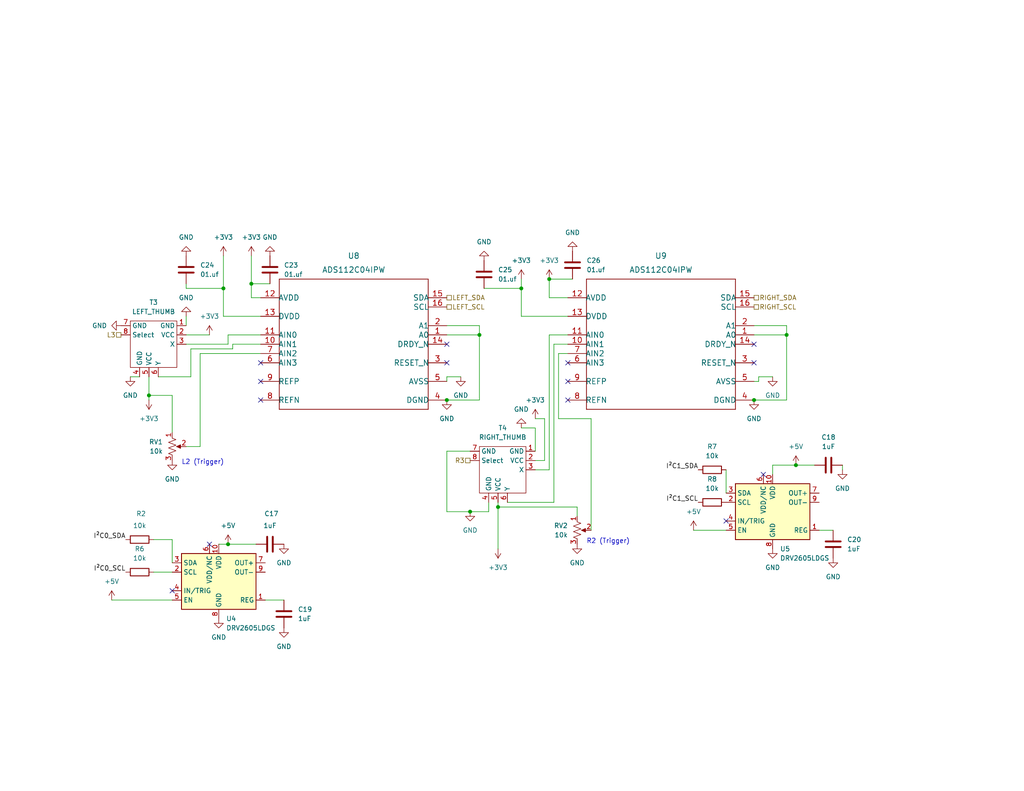
<source format=kicad_sch>
(kicad_sch (version 20211123) (generator eeschema)

  (uuid f4504637-d1d9-42db-a61e-d55163c3dcc9)

  (paper "USLetter")

  (title_block
    (title "Joysticks")
    (date "2022-02-08")
    (rev "0")
  )

  (lib_symbols
    (symbol "CustomParts:THB001P" (in_bom yes) (on_board yes)
      (property "Reference" "T" (id 0) (at 3.81 6.35 0)
        (effects (font (size 1.27 1.27)))
      )
      (property "Value" "THB001P" (id 1) (at 5.08 2.54 0)
        (effects (font (size 1.27 1.27)))
      )
      (property "Footprint" "" (id 2) (at 3.81 6.35 0)
        (effects (font (size 1.27 1.27)) hide)
      )
      (property "Datasheet" "" (id 3) (at 3.81 6.35 0)
        (effects (font (size 1.27 1.27)) hide)
      )
      (symbol "THB001P_0_1"
        (rectangle (start 0 0) (end 12.7 -12.7)
          (stroke (width 0) (type default) (color 0 0 0 0))
          (fill (type none))
        )
      )
      (symbol "THB001P_1_1"
        (pin passive line (at 15.24 -1.27 180) (length 2.54)
          (name "GND" (effects (font (size 1.27 1.27))))
          (number "1" (effects (font (size 1.27 1.27))))
        )
        (pin power_in line (at 15.24 -3.81 180) (length 2.54)
          (name "VCC" (effects (font (size 1.27 1.27))))
          (number "2" (effects (font (size 1.27 1.27))))
        )
        (pin passive line (at 15.24 -6.35 180) (length 2.54)
          (name "X" (effects (font (size 1.27 1.27))))
          (number "3" (effects (font (size 1.27 1.27))))
        )
        (pin passive line (at 2.54 -15.24 90) (length 2.54)
          (name "GND" (effects (font (size 1.27 1.27))))
          (number "4" (effects (font (size 1.27 1.27))))
        )
        (pin power_in line (at 5.08 -15.24 90) (length 2.54)
          (name "VCC" (effects (font (size 1.27 1.27))))
          (number "5" (effects (font (size 1.27 1.27))))
        )
        (pin passive line (at 7.62 -15.24 90) (length 2.54)
          (name "Y" (effects (font (size 1.27 1.27))))
          (number "6" (effects (font (size 1.27 1.27))))
        )
        (pin passive line (at -2.54 -1.27 0) (length 2.54)
          (name "GND" (effects (font (size 1.27 1.27))))
          (number "7" (effects (font (size 1.27 1.27))))
        )
        (pin passive line (at -2.54 -3.81 0) (length 2.54)
          (name "Select" (effects (font (size 1.27 1.27))))
          (number "8" (effects (font (size 1.27 1.27))))
        )
      )
    )
    (symbol "Device:C" (pin_numbers hide) (pin_names (offset 0.254)) (in_bom yes) (on_board yes)
      (property "Reference" "C" (id 0) (at 0.635 2.54 0)
        (effects (font (size 1.27 1.27)) (justify left))
      )
      (property "Value" "C" (id 1) (at 0.635 -2.54 0)
        (effects (font (size 1.27 1.27)) (justify left))
      )
      (property "Footprint" "" (id 2) (at 0.9652 -3.81 0)
        (effects (font (size 1.27 1.27)) hide)
      )
      (property "Datasheet" "~" (id 3) (at 0 0 0)
        (effects (font (size 1.27 1.27)) hide)
      )
      (property "ki_keywords" "cap capacitor" (id 4) (at 0 0 0)
        (effects (font (size 1.27 1.27)) hide)
      )
      (property "ki_description" "Unpolarized capacitor" (id 5) (at 0 0 0)
        (effects (font (size 1.27 1.27)) hide)
      )
      (property "ki_fp_filters" "C_*" (id 6) (at 0 0 0)
        (effects (font (size 1.27 1.27)) hide)
      )
      (symbol "C_0_1"
        (polyline
          (pts
            (xy -2.032 -0.762)
            (xy 2.032 -0.762)
          )
          (stroke (width 0.508) (type default) (color 0 0 0 0))
          (fill (type none))
        )
        (polyline
          (pts
            (xy -2.032 0.762)
            (xy 2.032 0.762)
          )
          (stroke (width 0.508) (type default) (color 0 0 0 0))
          (fill (type none))
        )
      )
      (symbol "C_1_1"
        (pin passive line (at 0 3.81 270) (length 2.794)
          (name "~" (effects (font (size 1.27 1.27))))
          (number "1" (effects (font (size 1.27 1.27))))
        )
        (pin passive line (at 0 -3.81 90) (length 2.794)
          (name "~" (effects (font (size 1.27 1.27))))
          (number "2" (effects (font (size 1.27 1.27))))
        )
      )
    )
    (symbol "Device:R" (pin_numbers hide) (pin_names (offset 0)) (in_bom yes) (on_board yes)
      (property "Reference" "R" (id 0) (at 2.032 0 90)
        (effects (font (size 1.27 1.27)))
      )
      (property "Value" "R" (id 1) (at 0 0 90)
        (effects (font (size 1.27 1.27)))
      )
      (property "Footprint" "" (id 2) (at -1.778 0 90)
        (effects (font (size 1.27 1.27)) hide)
      )
      (property "Datasheet" "~" (id 3) (at 0 0 0)
        (effects (font (size 1.27 1.27)) hide)
      )
      (property "ki_keywords" "R res resistor" (id 4) (at 0 0 0)
        (effects (font (size 1.27 1.27)) hide)
      )
      (property "ki_description" "Resistor" (id 5) (at 0 0 0)
        (effects (font (size 1.27 1.27)) hide)
      )
      (property "ki_fp_filters" "R_*" (id 6) (at 0 0 0)
        (effects (font (size 1.27 1.27)) hide)
      )
      (symbol "R_0_1"
        (rectangle (start -1.016 -2.54) (end 1.016 2.54)
          (stroke (width 0.254) (type default) (color 0 0 0 0))
          (fill (type none))
        )
      )
      (symbol "R_1_1"
        (pin passive line (at 0 3.81 270) (length 1.27)
          (name "~" (effects (font (size 1.27 1.27))))
          (number "1" (effects (font (size 1.27 1.27))))
        )
        (pin passive line (at 0 -3.81 90) (length 1.27)
          (name "~" (effects (font (size 1.27 1.27))))
          (number "2" (effects (font (size 1.27 1.27))))
        )
      )
    )
    (symbol "Device:R_Potentiometer_US" (pin_names (offset 1.016) hide) (in_bom yes) (on_board yes)
      (property "Reference" "RV" (id 0) (at -4.445 0 90)
        (effects (font (size 1.27 1.27)))
      )
      (property "Value" "R_Potentiometer_US" (id 1) (at -2.54 0 90)
        (effects (font (size 1.27 1.27)))
      )
      (property "Footprint" "" (id 2) (at 0 0 0)
        (effects (font (size 1.27 1.27)) hide)
      )
      (property "Datasheet" "~" (id 3) (at 0 0 0)
        (effects (font (size 1.27 1.27)) hide)
      )
      (property "ki_keywords" "resistor variable" (id 4) (at 0 0 0)
        (effects (font (size 1.27 1.27)) hide)
      )
      (property "ki_description" "Potentiometer, US symbol" (id 5) (at 0 0 0)
        (effects (font (size 1.27 1.27)) hide)
      )
      (property "ki_fp_filters" "Potentiometer*" (id 6) (at 0 0 0)
        (effects (font (size 1.27 1.27)) hide)
      )
      (symbol "R_Potentiometer_US_0_1"
        (polyline
          (pts
            (xy 0 -2.286)
            (xy 0 -2.54)
          )
          (stroke (width 0) (type default) (color 0 0 0 0))
          (fill (type none))
        )
        (polyline
          (pts
            (xy 0 2.54)
            (xy 0 2.286)
          )
          (stroke (width 0) (type default) (color 0 0 0 0))
          (fill (type none))
        )
        (polyline
          (pts
            (xy 2.54 0)
            (xy 1.524 0)
          )
          (stroke (width 0) (type default) (color 0 0 0 0))
          (fill (type none))
        )
        (polyline
          (pts
            (xy 1.143 0)
            (xy 2.286 0.508)
            (xy 2.286 -0.508)
            (xy 1.143 0)
          )
          (stroke (width 0) (type default) (color 0 0 0 0))
          (fill (type outline))
        )
        (polyline
          (pts
            (xy 0 -0.762)
            (xy 1.016 -1.143)
            (xy 0 -1.524)
            (xy -1.016 -1.905)
            (xy 0 -2.286)
          )
          (stroke (width 0) (type default) (color 0 0 0 0))
          (fill (type none))
        )
        (polyline
          (pts
            (xy 0 0.762)
            (xy 1.016 0.381)
            (xy 0 0)
            (xy -1.016 -0.381)
            (xy 0 -0.762)
          )
          (stroke (width 0) (type default) (color 0 0 0 0))
          (fill (type none))
        )
        (polyline
          (pts
            (xy 0 2.286)
            (xy 1.016 1.905)
            (xy 0 1.524)
            (xy -1.016 1.143)
            (xy 0 0.762)
          )
          (stroke (width 0) (type default) (color 0 0 0 0))
          (fill (type none))
        )
      )
      (symbol "R_Potentiometer_US_1_1"
        (pin passive line (at 0 3.81 270) (length 1.27)
          (name "1" (effects (font (size 1.27 1.27))))
          (number "1" (effects (font (size 1.27 1.27))))
        )
        (pin passive line (at 3.81 0 180) (length 1.27)
          (name "2" (effects (font (size 1.27 1.27))))
          (number "2" (effects (font (size 1.27 1.27))))
        )
        (pin passive line (at 0 -3.81 90) (length 1.27)
          (name "3" (effects (font (size 1.27 1.27))))
          (number "3" (effects (font (size 1.27 1.27))))
        )
      )
    )
    (symbol "Driver_Haptic:DRV2605LDGS" (in_bom yes) (on_board yes)
      (property "Reference" "U" (id 0) (at -10.16 8.255 0)
        (effects (font (size 1.27 1.27)) (justify left bottom))
      )
      (property "Value" "DRV2605LDGS" (id 1) (at 2.54 -8.89 0)
        (effects (font (size 1.27 1.27)) (justify left top))
      )
      (property "Footprint" "Package_SO:VSSOP-10_3x3mm_P0.5mm" (id 2) (at 0 0 0)
        (effects (font (size 1.27 1.27) italic) hide)
      )
      (property "Datasheet" "http://www.ti.com/lit/ds/symlink/drv2605l.pdf" (id 3) (at 0 0 0)
        (effects (font (size 1.27 1.27)) hide)
      )
      (property "ki_keywords" "haptic driver i2c" (id 4) (at 0 0 0)
        (effects (font (size 1.27 1.27)) hide)
      )
      (property "ki_description" "Haptic driver for LRAs and ERMs with effect library, 2-5.2V, VSSOP-10" (id 5) (at 0 0 0)
        (effects (font (size 1.27 1.27)) hide)
      )
      (property "ki_fp_filters" "VSSOP*3x3mm*P0.5mm*" (id 6) (at 0 0 0)
        (effects (font (size 1.27 1.27)) hide)
      )
      (symbol "DRV2605LDGS_0_1"
        (rectangle (start -10.16 7.62) (end 10.16 -7.62)
          (stroke (width 0.254) (type default) (color 0 0 0 0))
          (fill (type background))
        )
      )
      (symbol "DRV2605LDGS_1_1"
        (pin passive line (at 12.7 -5.08 180) (length 2.54)
          (name "REG" (effects (font (size 1.27 1.27))))
          (number "1" (effects (font (size 1.27 1.27))))
        )
        (pin power_in line (at 0 10.16 270) (length 2.54)
          (name "VDD" (effects (font (size 1.27 1.27))))
          (number "10" (effects (font (size 1.27 1.27))))
        )
        (pin input line (at -12.7 2.54 0) (length 2.54)
          (name "SCL" (effects (font (size 1.27 1.27))))
          (number "2" (effects (font (size 1.27 1.27))))
        )
        (pin bidirectional line (at -12.7 5.08 0) (length 2.54)
          (name "SDA" (effects (font (size 1.27 1.27))))
          (number "3" (effects (font (size 1.27 1.27))))
        )
        (pin input line (at -12.7 -2.54 0) (length 2.54)
          (name "IN/TRIG" (effects (font (size 1.27 1.27))))
          (number "4" (effects (font (size 1.27 1.27))))
        )
        (pin input line (at -12.7 -5.08 0) (length 2.54)
          (name "EN" (effects (font (size 1.27 1.27))))
          (number "5" (effects (font (size 1.27 1.27))))
        )
        (pin power_in line (at -2.54 10.16 270) (length 2.54)
          (name "VDD/NC" (effects (font (size 1.27 1.27))))
          (number "6" (effects (font (size 1.27 1.27))))
        )
        (pin output line (at 12.7 5.08 180) (length 2.54)
          (name "OUT+" (effects (font (size 1.27 1.27))))
          (number "7" (effects (font (size 1.27 1.27))))
        )
        (pin power_in line (at 0 -10.16 90) (length 2.54)
          (name "GND" (effects (font (size 1.27 1.27))))
          (number "8" (effects (font (size 1.27 1.27))))
        )
        (pin output line (at 12.7 2.54 180) (length 2.54)
          (name "OUT-" (effects (font (size 1.27 1.27))))
          (number "9" (effects (font (size 1.27 1.27))))
        )
      )
    )
    (symbol "power:+3.3V" (power) (pin_names (offset 0)) (in_bom yes) (on_board yes)
      (property "Reference" "#PWR" (id 0) (at 0 -3.81 0)
        (effects (font (size 1.27 1.27)) hide)
      )
      (property "Value" "+3.3V" (id 1) (at 0 3.556 0)
        (effects (font (size 1.27 1.27)))
      )
      (property "Footprint" "" (id 2) (at 0 0 0)
        (effects (font (size 1.27 1.27)) hide)
      )
      (property "Datasheet" "" (id 3) (at 0 0 0)
        (effects (font (size 1.27 1.27)) hide)
      )
      (property "ki_keywords" "power-flag" (id 4) (at 0 0 0)
        (effects (font (size 1.27 1.27)) hide)
      )
      (property "ki_description" "Power symbol creates a global label with name \"+3.3V\"" (id 5) (at 0 0 0)
        (effects (font (size 1.27 1.27)) hide)
      )
      (symbol "+3.3V_0_1"
        (polyline
          (pts
            (xy -0.762 1.27)
            (xy 0 2.54)
          )
          (stroke (width 0) (type default) (color 0 0 0 0))
          (fill (type none))
        )
        (polyline
          (pts
            (xy 0 0)
            (xy 0 2.54)
          )
          (stroke (width 0) (type default) (color 0 0 0 0))
          (fill (type none))
        )
        (polyline
          (pts
            (xy 0 2.54)
            (xy 0.762 1.27)
          )
          (stroke (width 0) (type default) (color 0 0 0 0))
          (fill (type none))
        )
      )
      (symbol "+3.3V_1_1"
        (pin power_in line (at 0 0 90) (length 0) hide
          (name "+3V3" (effects (font (size 1.27 1.27))))
          (number "1" (effects (font (size 1.27 1.27))))
        )
      )
    )
    (symbol "power:+5V" (power) (pin_names (offset 0)) (in_bom yes) (on_board yes)
      (property "Reference" "#PWR" (id 0) (at 0 -3.81 0)
        (effects (font (size 1.27 1.27)) hide)
      )
      (property "Value" "+5V" (id 1) (at 0 3.556 0)
        (effects (font (size 1.27 1.27)))
      )
      (property "Footprint" "" (id 2) (at 0 0 0)
        (effects (font (size 1.27 1.27)) hide)
      )
      (property "Datasheet" "" (id 3) (at 0 0 0)
        (effects (font (size 1.27 1.27)) hide)
      )
      (property "ki_keywords" "power-flag" (id 4) (at 0 0 0)
        (effects (font (size 1.27 1.27)) hide)
      )
      (property "ki_description" "Power symbol creates a global label with name \"+5V\"" (id 5) (at 0 0 0)
        (effects (font (size 1.27 1.27)) hide)
      )
      (symbol "+5V_0_1"
        (polyline
          (pts
            (xy -0.762 1.27)
            (xy 0 2.54)
          )
          (stroke (width 0) (type default) (color 0 0 0 0))
          (fill (type none))
        )
        (polyline
          (pts
            (xy 0 0)
            (xy 0 2.54)
          )
          (stroke (width 0) (type default) (color 0 0 0 0))
          (fill (type none))
        )
        (polyline
          (pts
            (xy 0 2.54)
            (xy 0.762 1.27)
          )
          (stroke (width 0) (type default) (color 0 0 0 0))
          (fill (type none))
        )
      )
      (symbol "+5V_1_1"
        (pin power_in line (at 0 0 90) (length 0) hide
          (name "+5V" (effects (font (size 1.27 1.27))))
          (number "1" (effects (font (size 1.27 1.27))))
        )
      )
    )
    (symbol "power:GND" (power) (pin_names (offset 0)) (in_bom yes) (on_board yes)
      (property "Reference" "#PWR" (id 0) (at 0 -6.35 0)
        (effects (font (size 1.27 1.27)) hide)
      )
      (property "Value" "GND" (id 1) (at 0 -3.81 0)
        (effects (font (size 1.27 1.27)))
      )
      (property "Footprint" "" (id 2) (at 0 0 0)
        (effects (font (size 1.27 1.27)) hide)
      )
      (property "Datasheet" "" (id 3) (at 0 0 0)
        (effects (font (size 1.27 1.27)) hide)
      )
      (property "ki_keywords" "power-flag" (id 4) (at 0 0 0)
        (effects (font (size 1.27 1.27)) hide)
      )
      (property "ki_description" "Power symbol creates a global label with name \"GND\" , ground" (id 5) (at 0 0 0)
        (effects (font (size 1.27 1.27)) hide)
      )
      (symbol "GND_0_1"
        (polyline
          (pts
            (xy 0 0)
            (xy 0 -1.27)
            (xy 1.27 -1.27)
            (xy 0 -2.54)
            (xy -1.27 -1.27)
            (xy 0 -1.27)
          )
          (stroke (width 0) (type default) (color 0 0 0 0))
          (fill (type none))
        )
      )
      (symbol "GND_1_1"
        (pin power_in line (at 0 0 270) (length 0) hide
          (name "GND" (effects (font (size 1.27 1.27))))
          (number "1" (effects (font (size 1.27 1.27))))
        )
      )
    )
    (symbol "ul_ADS112C04IPW:ADS112C04IPW" (pin_names (offset -0.254)) (in_bom yes) (on_board yes)
      (property "Reference" "U" (id 0) (at 0 2.54 0)
        (effects (font (size 1.524 1.524)))
      )
      (property "Value" "ADS112C04IPW" (id 1) (at 0 0 0)
        (effects (font (size 1.524 1.524)))
      )
      (property "Footprint" "PW0016A_N" (id 2) (at 0 -1.524 0)
        (effects (font (size 1.524 1.524)) hide)
      )
      (property "Datasheet" "" (id 3) (at 0 0 0)
        (effects (font (size 1.524 1.524)))
      )
      (property "ki_locked" "" (id 4) (at 0 0 0)
        (effects (font (size 1.27 1.27)))
      )
      (property "ki_fp_filters" "PW0016A_N PW0016A_M PW0016A_L" (id 5) (at 0 0 0)
        (effects (font (size 1.27 1.27)) hide)
      )
      (symbol "ADS112C04IPW_1_1"
        (polyline
          (pts
            (xy -20.32 -17.78)
            (xy 20.32 -17.78)
          )
          (stroke (width 0.2032) (type default) (color 0 0 0 0))
          (fill (type none))
        )
        (polyline
          (pts
            (xy -20.32 17.78)
            (xy -20.32 -17.78)
          )
          (stroke (width 0.2032) (type default) (color 0 0 0 0))
          (fill (type none))
        )
        (polyline
          (pts
            (xy 20.32 -17.78)
            (xy 20.32 17.78)
          )
          (stroke (width 0.2032) (type default) (color 0 0 0 0))
          (fill (type none))
        )
        (polyline
          (pts
            (xy 20.32 17.78)
            (xy -20.32 17.78)
          )
          (stroke (width 0.2032) (type default) (color 0 0 0 0))
          (fill (type none))
        )
        (pin input line (at 25.4 2.54 180) (length 5.08)
          (name "A0" (effects (font (size 1.4986 1.4986))))
          (number "1" (effects (font (size 1.4986 1.4986))))
        )
        (pin input line (at -25.4 0 0) (length 5.08)
          (name "AIN1" (effects (font (size 1.4986 1.4986))))
          (number "10" (effects (font (size 1.4986 1.4986))))
        )
        (pin input line (at -25.4 2.54 0) (length 5.08)
          (name "AIN0" (effects (font (size 1.4986 1.4986))))
          (number "11" (effects (font (size 1.4986 1.4986))))
        )
        (pin power_in line (at -25.4 12.7 0) (length 5.08)
          (name "AVDD" (effects (font (size 1.4986 1.4986))))
          (number "12" (effects (font (size 1.4986 1.4986))))
        )
        (pin power_in line (at -25.4 7.62 0) (length 5.08)
          (name "DVDD" (effects (font (size 1.4986 1.4986))))
          (number "13" (effects (font (size 1.4986 1.4986))))
        )
        (pin output line (at 25.4 0 180) (length 5.08)
          (name "DRDY_N" (effects (font (size 1.4986 1.4986))))
          (number "14" (effects (font (size 1.4986 1.4986))))
        )
        (pin bidirectional line (at 25.4 12.7 180) (length 5.08)
          (name "SDA" (effects (font (size 1.4986 1.4986))))
          (number "15" (effects (font (size 1.4986 1.4986))))
        )
        (pin input line (at 25.4 10.16 180) (length 5.08)
          (name "SCL" (effects (font (size 1.4986 1.4986))))
          (number "16" (effects (font (size 1.4986 1.4986))))
        )
        (pin input line (at 25.4 5.08 180) (length 5.08)
          (name "A1" (effects (font (size 1.4986 1.4986))))
          (number "2" (effects (font (size 1.4986 1.4986))))
        )
        (pin input line (at 25.4 -5.08 180) (length 5.08)
          (name "RESET_N" (effects (font (size 1.4986 1.4986))))
          (number "3" (effects (font (size 1.4986 1.4986))))
        )
        (pin power_in line (at 25.4 -15.24 180) (length 5.08)
          (name "DGND" (effects (font (size 1.4986 1.4986))))
          (number "4" (effects (font (size 1.4986 1.4986))))
        )
        (pin power_in line (at 25.4 -10.16 180) (length 5.08)
          (name "AVSS" (effects (font (size 1.4986 1.4986))))
          (number "5" (effects (font (size 1.4986 1.4986))))
        )
        (pin input line (at -25.4 -5.08 0) (length 5.08)
          (name "AIN3" (effects (font (size 1.4986 1.4986))))
          (number "6" (effects (font (size 1.4986 1.4986))))
        )
        (pin input line (at -25.4 -2.54 0) (length 5.08)
          (name "AIN2" (effects (font (size 1.4986 1.4986))))
          (number "7" (effects (font (size 1.4986 1.4986))))
        )
        (pin input line (at -25.4 -15.24 0) (length 5.08)
          (name "REFN" (effects (font (size 1.4986 1.4986))))
          (number "8" (effects (font (size 1.4986 1.4986))))
        )
        (pin input line (at -25.4 -10.16 0) (length 5.08)
          (name "REFP" (effects (font (size 1.4986 1.4986))))
          (number "9" (effects (font (size 1.4986 1.4986))))
        )
      )
    )
  )

  (junction (at 217.17 127) (diameter 0) (color 0 0 0 0)
    (uuid 047bdc6a-b72f-457d-ad01-b1b6f8794b5d)
  )
  (junction (at 40.64 107.95) (diameter 0) (color 0 0 0 0)
    (uuid 19b7db2f-31cc-40da-8349-d0ba1038bab9)
  )
  (junction (at 214.63 91.44) (diameter 0) (color 0 0 0 0)
    (uuid 1b10c143-ad4d-4106-ab01-689ca72653f8)
  )
  (junction (at 121.92 109.22) (diameter 0) (color 0 0 0 0)
    (uuid 2f742583-b4e7-4a46-be64-af13d8f38424)
  )
  (junction (at 62.23 148.59) (diameter 0) (color 0 0 0 0)
    (uuid 32585530-7174-4f5d-a941-08227de3c710)
  )
  (junction (at 149.86 76.2) (diameter 0) (color 0 0 0 0)
    (uuid 47560e62-5b5f-4f74-b717-55fc1edd8e54)
  )
  (junction (at 68.58 77.47) (diameter 0) (color 0 0 0 0)
    (uuid 52810e4e-e17b-44b4-a340-dfe0eb849331)
  )
  (junction (at 60.96 78.74) (diameter 0) (color 0 0 0 0)
    (uuid 6082c7f5-824a-4670-85df-30a588203230)
  )
  (junction (at 142.24 78.74) (diameter 0) (color 0 0 0 0)
    (uuid 76850c51-25f7-4a6f-a8ff-bce52570b409)
  )
  (junction (at 130.81 91.44) (diameter 0) (color 0 0 0 0)
    (uuid 78003089-84df-450b-b22c-5271fce0a106)
  )
  (junction (at 135.89 138.43) (diameter 0) (color 0 0 0 0)
    (uuid 7e7adfbc-f2d8-485b-9bb2-5602fafe27ed)
  )
  (junction (at 128.27 139.7) (diameter 0) (color 0 0 0 0)
    (uuid 9ae503e3-0b44-48c4-aefd-69afdcdeac96)
  )
  (junction (at 205.74 109.22) (diameter 0) (color 0 0 0 0)
    (uuid eab2dcc0-0c92-4d0c-95cf-5aa044f33174)
  )

  (no_connect (at 71.12 99.06) (uuid 171b8ba6-c0a1-4389-9e98-3753ec1ea4bd))
  (no_connect (at 154.94 99.06) (uuid 171b8ba6-c0a1-4389-9e98-3753ec1ea4bd))
  (no_connect (at 46.99 161.29) (uuid 1cccfaa6-5046-40d3-b258-cf7e7931c6da))
  (no_connect (at 57.15 148.59) (uuid 33d90156-0e4e-4c56-96f3-a373058012b5))
  (no_connect (at 198.12 142.24) (uuid 7ee93cef-85cf-464b-9809-cdf899b60c3a))
  (no_connect (at 208.28 129.54) (uuid a674a08f-b86a-4cd7-9032-2644a34e4403))
  (no_connect (at 121.92 93.98) (uuid cf9bf564-fe40-4303-8ad0-94cd44f090aa))
  (no_connect (at 121.92 99.06) (uuid cf9bf564-fe40-4303-8ad0-94cd44f090aa))
  (no_connect (at 205.74 93.98) (uuid cf9bf564-fe40-4303-8ad0-94cd44f090aa))
  (no_connect (at 205.74 99.06) (uuid cf9bf564-fe40-4303-8ad0-94cd44f090aa))
  (no_connect (at 71.12 104.14) (uuid ec8c4857-f802-4c27-8517-cfd9db35dce0))
  (no_connect (at 71.12 109.22) (uuid ec8c4857-f802-4c27-8517-cfd9db35dce0))
  (no_connect (at 154.94 104.14) (uuid ec8c4857-f802-4c27-8517-cfd9db35dce0))
  (no_connect (at 154.94 109.22) (uuid ec8c4857-f802-4c27-8517-cfd9db35dce0))

  (wire (pts (xy 50.8 78.74) (xy 50.8 77.47))
    (stroke (width 0) (type default) (color 0 0 0 0))
    (uuid 0f770631-c218-4b12-a57c-94a4b6b8b060)
  )
  (wire (pts (xy 210.82 127) (xy 217.17 127))
    (stroke (width 0) (type default) (color 0 0 0 0))
    (uuid 166db40b-e242-4333-ab8d-cb4b3ffd423d)
  )
  (wire (pts (xy 154.94 81.28) (xy 149.86 81.28))
    (stroke (width 0) (type default) (color 0 0 0 0))
    (uuid 16b66ed3-cae7-4230-90a8-183b17fb494b)
  )
  (wire (pts (xy 50.8 121.92) (xy 54.61 121.92))
    (stroke (width 0) (type default) (color 0 0 0 0))
    (uuid 1b7b48c5-0ced-443c-95da-e29e27b7be56)
  )
  (wire (pts (xy 63.5 95.25) (xy 63.5 93.98))
    (stroke (width 0) (type default) (color 0 0 0 0))
    (uuid 1d2b9444-0831-4c92-8cac-a7a09f6148a6)
  )
  (wire (pts (xy 35.56 102.87) (xy 38.1 102.87))
    (stroke (width 0) (type default) (color 0 0 0 0))
    (uuid 1e9d9636-39f5-4340-99bd-6b68e2938cb6)
  )
  (wire (pts (xy 151.13 137.16) (xy 138.43 137.16))
    (stroke (width 0) (type default) (color 0 0 0 0))
    (uuid 1fd8da76-6abb-4d72-8b99-b334a6d16a4b)
  )
  (wire (pts (xy 46.99 147.32) (xy 41.91 147.32))
    (stroke (width 0) (type default) (color 0 0 0 0))
    (uuid 28a2ac93-911d-4616-8ff1-1cee88d2413a)
  )
  (wire (pts (xy 121.92 91.44) (xy 130.81 91.44))
    (stroke (width 0) (type default) (color 0 0 0 0))
    (uuid 315b631a-1db2-4690-a54b-2bf01cc54b01)
  )
  (wire (pts (xy 189.23 144.78) (xy 198.12 144.78))
    (stroke (width 0) (type default) (color 0 0 0 0))
    (uuid 3963f1f5-d3c6-4940-a28f-6cd7592ed308)
  )
  (wire (pts (xy 50.8 93.98) (xy 62.23 93.98))
    (stroke (width 0) (type default) (color 0 0 0 0))
    (uuid 396c6756-5514-46c2-a02e-876fb16a85a2)
  )
  (wire (pts (xy 205.74 104.14) (xy 207.01 104.14))
    (stroke (width 0) (type default) (color 0 0 0 0))
    (uuid 3abcc173-1b1c-40a4-8beb-adf1f1b1b822)
  )
  (wire (pts (xy 54.61 96.52) (xy 71.12 96.52))
    (stroke (width 0) (type default) (color 0 0 0 0))
    (uuid 3af4ffbe-c532-40bb-a4be-77f4a516919a)
  )
  (wire (pts (xy 152.4 114.3) (xy 161.29 114.3))
    (stroke (width 0) (type default) (color 0 0 0 0))
    (uuid 3ccbd9a2-7101-4cc5-810c-0c851c7980fc)
  )
  (wire (pts (xy 152.4 96.52) (xy 152.4 114.3))
    (stroke (width 0) (type default) (color 0 0 0 0))
    (uuid 3d8fa0e7-072e-4ce8-a329-8ede3716a1a2)
  )
  (wire (pts (xy 207.01 102.87) (xy 207.01 104.14))
    (stroke (width 0) (type default) (color 0 0 0 0))
    (uuid 418779a7-8962-4c9e-908d-632402d6d8da)
  )
  (wire (pts (xy 223.52 144.78) (xy 227.33 144.78))
    (stroke (width 0) (type default) (color 0 0 0 0))
    (uuid 42461da1-0a5a-4174-a3c9-c453f6472038)
  )
  (wire (pts (xy 198.12 128.27) (xy 198.12 134.62))
    (stroke (width 0) (type default) (color 0 0 0 0))
    (uuid 454e53ed-4626-4360-9fb2-73d708dd3a5f)
  )
  (wire (pts (xy 40.64 107.95) (xy 40.64 102.87))
    (stroke (width 0) (type default) (color 0 0 0 0))
    (uuid 45574aa6-8c34-4431-8c4f-ca2858ee2d71)
  )
  (wire (pts (xy 68.58 77.47) (xy 73.66 77.47))
    (stroke (width 0) (type default) (color 0 0 0 0))
    (uuid 49442e5c-a577-4bc5-a95f-6a6c64b806b7)
  )
  (wire (pts (xy 151.13 93.98) (xy 151.13 137.16))
    (stroke (width 0) (type default) (color 0 0 0 0))
    (uuid 4c450b04-ff31-4e70-a922-77138c6f223a)
  )
  (wire (pts (xy 50.8 91.44) (xy 57.15 91.44))
    (stroke (width 0) (type default) (color 0 0 0 0))
    (uuid 4d7fff0e-8868-4d70-901c-f66966e0338b)
  )
  (wire (pts (xy 46.99 107.95) (xy 40.64 107.95))
    (stroke (width 0) (type default) (color 0 0 0 0))
    (uuid 53706d4a-ee3d-4890-a804-4010b2f28ddb)
  )
  (wire (pts (xy 130.81 91.44) (xy 130.81 88.9))
    (stroke (width 0) (type default) (color 0 0 0 0))
    (uuid 542f07e8-4357-41cf-a383-45b9b2728d7a)
  )
  (wire (pts (xy 149.86 81.28) (xy 149.86 76.2))
    (stroke (width 0) (type default) (color 0 0 0 0))
    (uuid 57ebb560-fa3b-40a3-a1ce-ba543ff09433)
  )
  (wire (pts (xy 62.23 93.98) (xy 62.23 91.44))
    (stroke (width 0) (type default) (color 0 0 0 0))
    (uuid 5885ad1a-bb49-4520-bdeb-d63943f213ea)
  )
  (wire (pts (xy 154.94 91.44) (xy 149.86 91.44))
    (stroke (width 0) (type default) (color 0 0 0 0))
    (uuid 59b4930b-1b97-46da-b86f-25db8c2510e6)
  )
  (wire (pts (xy 59.69 148.59) (xy 62.23 148.59))
    (stroke (width 0) (type default) (color 0 0 0 0))
    (uuid 5a6a9b36-5180-4e3d-91b4-ccc19bfabbc8)
  )
  (wire (pts (xy 205.74 91.44) (xy 214.63 91.44))
    (stroke (width 0) (type default) (color 0 0 0 0))
    (uuid 5d8cc536-2fec-4b9a-924f-58c32fb333c6)
  )
  (wire (pts (xy 68.58 81.28) (xy 68.58 77.47))
    (stroke (width 0) (type default) (color 0 0 0 0))
    (uuid 5e37f118-3e65-4d19-bb61-a2c67155f68e)
  )
  (wire (pts (xy 217.17 127) (xy 222.25 127))
    (stroke (width 0) (type default) (color 0 0 0 0))
    (uuid 627d247e-eac9-4d00-aad5-b937cd0bfe37)
  )
  (wire (pts (xy 54.61 121.92) (xy 54.61 96.52))
    (stroke (width 0) (type default) (color 0 0 0 0))
    (uuid 6282bc7b-a9f7-4dd5-af7c-37adfe6d2473)
  )
  (wire (pts (xy 72.39 163.83) (xy 77.47 163.83))
    (stroke (width 0) (type default) (color 0 0 0 0))
    (uuid 6401e5dc-6b41-4379-81a6-4df96a953d41)
  )
  (wire (pts (xy 46.99 118.11) (xy 46.99 107.95))
    (stroke (width 0) (type default) (color 0 0 0 0))
    (uuid 64cd01ec-0177-4de2-b826-be31a8f871ac)
  )
  (wire (pts (xy 133.35 139.7) (xy 133.35 137.16))
    (stroke (width 0) (type default) (color 0 0 0 0))
    (uuid 65151947-7993-4f72-ae10-92883b7f45d6)
  )
  (wire (pts (xy 154.94 96.52) (xy 152.4 96.52))
    (stroke (width 0) (type default) (color 0 0 0 0))
    (uuid 66bbb47a-21e7-421f-b959-24f0e6b99a05)
  )
  (wire (pts (xy 121.92 102.87) (xy 121.92 104.14))
    (stroke (width 0) (type default) (color 0 0 0 0))
    (uuid 7e68c303-8b1f-4ae8-ad4c-e63c6816b980)
  )
  (wire (pts (xy 63.5 93.98) (xy 71.12 93.98))
    (stroke (width 0) (type default) (color 0 0 0 0))
    (uuid 822a09b7-db9e-424c-9e2f-b5830b2cd498)
  )
  (wire (pts (xy 62.23 148.59) (xy 69.85 148.59))
    (stroke (width 0) (type default) (color 0 0 0 0))
    (uuid 8249a476-e07b-4ba9-8c0d-a0d649539c3b)
  )
  (wire (pts (xy 146.05 116.84) (xy 146.05 123.19))
    (stroke (width 0) (type default) (color 0 0 0 0))
    (uuid 8b7a0ca8-c6c1-453e-b9c6-22db585833c6)
  )
  (wire (pts (xy 62.23 91.44) (xy 71.12 91.44))
    (stroke (width 0) (type default) (color 0 0 0 0))
    (uuid 8c23e34f-b43b-485d-afdf-a840ca934ef4)
  )
  (wire (pts (xy 161.29 114.3) (xy 161.29 144.78))
    (stroke (width 0) (type default) (color 0 0 0 0))
    (uuid 8f05d215-a5a9-4e8f-b71f-002aa8f50299)
  )
  (wire (pts (xy 149.86 76.2) (xy 156.21 76.2))
    (stroke (width 0) (type default) (color 0 0 0 0))
    (uuid 8fb39ad9-e73f-475d-90b0-506919369e5c)
  )
  (wire (pts (xy 214.63 88.9) (xy 214.63 91.44))
    (stroke (width 0) (type default) (color 0 0 0 0))
    (uuid 8fc1e3fe-863e-4e64-9329-e4ee81ac8b2f)
  )
  (wire (pts (xy 229.87 127) (xy 229.87 128.27))
    (stroke (width 0) (type default) (color 0 0 0 0))
    (uuid 910a7899-c769-43ab-ab8e-72bd439232f1)
  )
  (wire (pts (xy 125.73 102.87) (xy 121.92 102.87))
    (stroke (width 0) (type default) (color 0 0 0 0))
    (uuid 948b7482-2f57-4935-aec6-7cf6a66439ef)
  )
  (wire (pts (xy 210.82 102.87) (xy 207.01 102.87))
    (stroke (width 0) (type default) (color 0 0 0 0))
    (uuid 9573fce7-7cba-4a76-93e7-5b0bfc5d38ad)
  )
  (wire (pts (xy 142.24 86.36) (xy 142.24 78.74))
    (stroke (width 0) (type default) (color 0 0 0 0))
    (uuid 9744e8ed-e4a2-4352-abd9-affb956dda69)
  )
  (wire (pts (xy 157.48 140.97) (xy 157.48 138.43))
    (stroke (width 0) (type default) (color 0 0 0 0))
    (uuid 998b1c7e-f1c8-406e-a3cf-ac5866ae8944)
  )
  (wire (pts (xy 121.92 123.19) (xy 121.92 139.7))
    (stroke (width 0) (type default) (color 0 0 0 0))
    (uuid 9a594944-1c0c-4cd0-94b0-a42b86afc4e9)
  )
  (wire (pts (xy 148.59 114.3) (xy 146.05 114.3))
    (stroke (width 0) (type default) (color 0 0 0 0))
    (uuid 9b146445-17f9-4dab-af8f-31430951e92f)
  )
  (wire (pts (xy 60.96 86.36) (xy 60.96 78.74))
    (stroke (width 0) (type default) (color 0 0 0 0))
    (uuid a817d156-816f-4930-9c07-b8f1a48dc112)
  )
  (wire (pts (xy 68.58 77.47) (xy 68.58 69.85))
    (stroke (width 0) (type default) (color 0 0 0 0))
    (uuid a8369b45-0202-446a-9c0d-6a98d43bc905)
  )
  (wire (pts (xy 71.12 86.36) (xy 60.96 86.36))
    (stroke (width 0) (type default) (color 0 0 0 0))
    (uuid ab362ac7-6caf-4a9b-882a-2ed008790108)
  )
  (wire (pts (xy 60.96 78.74) (xy 60.96 69.85))
    (stroke (width 0) (type default) (color 0 0 0 0))
    (uuid abd54c99-56de-4f13-baf1-77fbcb2d3a4d)
  )
  (wire (pts (xy 214.63 109.22) (xy 205.74 109.22))
    (stroke (width 0) (type default) (color 0 0 0 0))
    (uuid ac6ffc34-49c8-4c4e-83a0-3c29a83ce83b)
  )
  (wire (pts (xy 46.99 147.32) (xy 46.99 153.67))
    (stroke (width 0) (type default) (color 0 0 0 0))
    (uuid ade80aa0-a38e-4478-a60e-cca64bc18f9c)
  )
  (wire (pts (xy 154.94 86.36) (xy 142.24 86.36))
    (stroke (width 0) (type default) (color 0 0 0 0))
    (uuid ae9dfd38-1a66-4e6c-a512-5f1bffbf9b45)
  )
  (wire (pts (xy 210.82 127) (xy 210.82 129.54))
    (stroke (width 0) (type default) (color 0 0 0 0))
    (uuid aebf0468-3d79-4296-8c04-5d301700f897)
  )
  (wire (pts (xy 214.63 91.44) (xy 214.63 109.22))
    (stroke (width 0) (type default) (color 0 0 0 0))
    (uuid b3ad27b5-c104-4ba1-a763-d5f01809de54)
  )
  (wire (pts (xy 205.74 88.9) (xy 214.63 88.9))
    (stroke (width 0) (type default) (color 0 0 0 0))
    (uuid b971308b-eb37-4630-a847-644017f53261)
  )
  (wire (pts (xy 146.05 125.73) (xy 148.59 125.73))
    (stroke (width 0) (type default) (color 0 0 0 0))
    (uuid ba949538-cbda-46b1-bc65-4271e3f24582)
  )
  (wire (pts (xy 50.8 86.36) (xy 50.8 88.9))
    (stroke (width 0) (type default) (color 0 0 0 0))
    (uuid bddb0598-4a6c-49db-b639-ffa8a0a8cdb4)
  )
  (wire (pts (xy 142.24 78.74) (xy 142.24 76.2))
    (stroke (width 0) (type default) (color 0 0 0 0))
    (uuid be4e62bc-dc28-49f7-b749-18aaf1e24bc0)
  )
  (wire (pts (xy 60.96 78.74) (xy 50.8 78.74))
    (stroke (width 0) (type default) (color 0 0 0 0))
    (uuid c04cb5d2-876f-4fe9-8c1f-0e90e31d4fc1)
  )
  (wire (pts (xy 142.24 116.84) (xy 146.05 116.84))
    (stroke (width 0) (type default) (color 0 0 0 0))
    (uuid c64a1623-1d75-478d-a64c-b45af1fcf4f5)
  )
  (wire (pts (xy 46.99 156.21) (xy 41.91 156.21))
    (stroke (width 0) (type default) (color 0 0 0 0))
    (uuid c798b340-e423-4658-befd-6f705b71add7)
  )
  (wire (pts (xy 132.08 78.74) (xy 142.24 78.74))
    (stroke (width 0) (type default) (color 0 0 0 0))
    (uuid c8742fef-2561-4cf6-af20-b1bf7433524d)
  )
  (wire (pts (xy 149.86 128.27) (xy 146.05 128.27))
    (stroke (width 0) (type default) (color 0 0 0 0))
    (uuid ca241223-020b-46c5-840a-fe099bed8fed)
  )
  (wire (pts (xy 130.81 109.22) (xy 121.92 109.22))
    (stroke (width 0) (type default) (color 0 0 0 0))
    (uuid cb327d7c-ac57-4be4-a5e9-3a8a47fbf6b8)
  )
  (wire (pts (xy 128.27 123.19) (xy 121.92 123.19))
    (stroke (width 0) (type default) (color 0 0 0 0))
    (uuid d095f3c7-c0e7-4f7a-86cb-81c02230aaf0)
  )
  (wire (pts (xy 135.89 149.86) (xy 135.89 138.43))
    (stroke (width 0) (type default) (color 0 0 0 0))
    (uuid d800c5dd-ae4d-4729-bfba-287c3320ef61)
  )
  (wire (pts (xy 148.59 125.73) (xy 148.59 114.3))
    (stroke (width 0) (type default) (color 0 0 0 0))
    (uuid d9c30c25-7ed4-4ea2-ab82-649ec89d6b5f)
  )
  (wire (pts (xy 135.89 138.43) (xy 157.48 138.43))
    (stroke (width 0) (type default) (color 0 0 0 0))
    (uuid ddc1e77e-ce4a-4b43-bb2e-8b5d48f2d036)
  )
  (wire (pts (xy 130.81 88.9) (xy 121.92 88.9))
    (stroke (width 0) (type default) (color 0 0 0 0))
    (uuid de48e6d3-6ac5-4692-abbe-f6873bd5d448)
  )
  (wire (pts (xy 154.94 93.98) (xy 151.13 93.98))
    (stroke (width 0) (type default) (color 0 0 0 0))
    (uuid e0c2177e-6cb7-4926-9bb8-2d725334cd5d)
  )
  (wire (pts (xy 128.27 139.7) (xy 133.35 139.7))
    (stroke (width 0) (type default) (color 0 0 0 0))
    (uuid e0fb3663-e38d-4446-97b0-181c4f736a61)
  )
  (wire (pts (xy 52.07 95.25) (xy 63.5 95.25))
    (stroke (width 0) (type default) (color 0 0 0 0))
    (uuid e1967ff5-318a-49c9-8500-9ebe22788127)
  )
  (wire (pts (xy 71.12 81.28) (xy 68.58 81.28))
    (stroke (width 0) (type default) (color 0 0 0 0))
    (uuid e45cc9d6-c54e-47ea-9a2e-4848fe166f17)
  )
  (wire (pts (xy 130.81 91.44) (xy 130.81 109.22))
    (stroke (width 0) (type default) (color 0 0 0 0))
    (uuid e81d9a5e-b241-4d15-a8d9-06b2f392dee5)
  )
  (wire (pts (xy 121.92 139.7) (xy 128.27 139.7))
    (stroke (width 0) (type default) (color 0 0 0 0))
    (uuid e8b3c676-5f84-4283-bcfb-1c3cb7a8e4b4)
  )
  (wire (pts (xy 52.07 102.87) (xy 52.07 95.25))
    (stroke (width 0) (type default) (color 0 0 0 0))
    (uuid e9176ed9-4de9-4c84-82f3-52c42e7fd5c7)
  )
  (wire (pts (xy 43.18 102.87) (xy 52.07 102.87))
    (stroke (width 0) (type default) (color 0 0 0 0))
    (uuid eea3e302-4462-4660-8215-a5ab660bda08)
  )
  (wire (pts (xy 149.86 91.44) (xy 149.86 128.27))
    (stroke (width 0) (type default) (color 0 0 0 0))
    (uuid ef83cec0-92ed-481e-b222-2664a5a39dc7)
  )
  (wire (pts (xy 40.64 109.22) (xy 40.64 107.95))
    (stroke (width 0) (type default) (color 0 0 0 0))
    (uuid f043f51d-f47a-4def-bb0e-ff94183de3d8)
  )
  (wire (pts (xy 135.89 138.43) (xy 135.89 137.16))
    (stroke (width 0) (type default) (color 0 0 0 0))
    (uuid f32b9afb-333e-4cc2-8be6-a1909a31be12)
  )
  (wire (pts (xy 30.48 163.83) (xy 46.99 163.83))
    (stroke (width 0) (type default) (color 0 0 0 0))
    (uuid f7d58db3-226c-42cc-a8c4-a84093fac864)
  )

  (text "L2 (Trigger)" (at 49.53 127 0)
    (effects (font (size 1.27 1.27)) (justify left bottom))
    (uuid 7f698758-c514-4910-a574-60c30b8140a9)
  )
  (text "R2 (Trigger)\n" (at 160.02 148.59 0)
    (effects (font (size 1.27 1.27)) (justify left bottom))
    (uuid cd3e0ccd-6fe7-44fc-9cf5-81e58c379359)
  )

  (label "I²C0_SDA" (at 34.29 147.32 180)
    (effects (font (size 1.27 1.27)) (justify right bottom))
    (uuid 35eb5f64-dc25-4c64-b07a-a4ce36cde28e)
  )
  (label "I²C1_SDA" (at 190.5 128.27 180)
    (effects (font (size 1.27 1.27)) (justify right bottom))
    (uuid 450989ff-05be-452c-ba51-5f58dc311416)
  )
  (label "I²C1_SCL" (at 190.5 137.16 180)
    (effects (font (size 1.27 1.27)) (justify right bottom))
    (uuid 694e30af-dada-4e57-87ef-b89a89de8763)
  )
  (label "I²C0_SCL" (at 34.29 156.21 180)
    (effects (font (size 1.27 1.27)) (justify right bottom))
    (uuid a94b8179-df01-4a7d-9718-32ca725799f5)
  )

  (hierarchical_label "LEFT_SCL" (shape passive) (at 121.92 83.82 0)
    (effects (font (size 1.27 1.27)) (justify left))
    (uuid 212d9dc6-211e-4d42-b76c-ef0a93a02a52)
  )
  (hierarchical_label "L3" (shape passive) (at 33.02 91.44 180)
    (effects (font (size 1.27 1.27)) (justify right))
    (uuid 313530c0-d6d5-4d5d-8f1d-def07249aa39)
  )
  (hierarchical_label "RIGHT_SDA" (shape passive) (at 205.74 81.28 0)
    (effects (font (size 1.27 1.27)) (justify left))
    (uuid 3bbf945c-45e3-4214-a3b7-7129c5f53e30)
  )
  (hierarchical_label "LEFT_SDA" (shape passive) (at 121.92 81.28 0)
    (effects (font (size 1.27 1.27)) (justify left))
    (uuid bc899fb9-7f46-4d6c-9279-26acd4105f51)
  )
  (hierarchical_label "R3" (shape passive) (at 128.27 125.73 180)
    (effects (font (size 1.27 1.27)) (justify right))
    (uuid c033261f-65a1-488a-9933-b633b035b5e7)
  )
  (hierarchical_label "RIGHT_SCL" (shape passive) (at 205.74 83.82 0)
    (effects (font (size 1.27 1.27)) (justify left))
    (uuid e63b971d-4fef-42e8-9e44-8a911372a68d)
  )

  (symbol (lib_id "power:GND") (at 227.33 152.4 0) (unit 1)
    (in_bom yes) (on_board yes) (fields_autoplaced)
    (uuid 07baa720-4891-44fa-841f-254c42faf12d)
    (property "Reference" "#PWR035" (id 0) (at 227.33 158.75 0)
      (effects (font (size 1.27 1.27)) hide)
    )
    (property "Value" "GND" (id 1) (at 227.33 157.48 0))
    (property "Footprint" "" (id 2) (at 227.33 152.4 0)
      (effects (font (size 1.27 1.27)) hide)
    )
    (property "Datasheet" "" (id 3) (at 227.33 152.4 0)
      (effects (font (size 1.27 1.27)) hide)
    )
    (pin "1" (uuid e60d658f-78ac-437e-b585-b9489e46bf53))
  )

  (symbol (lib_id "Device:C") (at 156.21 72.39 0) (unit 1)
    (in_bom yes) (on_board yes) (fields_autoplaced)
    (uuid 09c8f157-2c93-41ca-8539-98ca09da717f)
    (property "Reference" "C26" (id 0) (at 160.02 71.1199 0)
      (effects (font (size 1.27 1.27)) (justify left))
    )
    (property "Value" "01.uf" (id 1) (at 160.02 73.6599 0)
      (effects (font (size 1.27 1.27)) (justify left))
    )
    (property "Footprint" "" (id 2) (at 157.1752 76.2 0)
      (effects (font (size 1.27 1.27)) hide)
    )
    (property "Datasheet" "~" (id 3) (at 156.21 72.39 0)
      (effects (font (size 1.27 1.27)) hide)
    )
    (pin "1" (uuid 310331c0-7496-4a5e-94d2-a2eb9dc5fb56))
    (pin "2" (uuid b4fdb35e-9fa7-49de-9853-808384f4f47a))
  )

  (symbol (lib_id "Device:C") (at 50.8 73.66 0) (unit 1)
    (in_bom yes) (on_board yes) (fields_autoplaced)
    (uuid 0be51c63-9a0b-47da-980f-fc2267bae98d)
    (property "Reference" "C24" (id 0) (at 54.61 72.3899 0)
      (effects (font (size 1.27 1.27)) (justify left))
    )
    (property "Value" "01.uf" (id 1) (at 54.61 74.9299 0)
      (effects (font (size 1.27 1.27)) (justify left))
    )
    (property "Footprint" "" (id 2) (at 51.7652 77.47 0)
      (effects (font (size 1.27 1.27)) hide)
    )
    (property "Datasheet" "~" (id 3) (at 50.8 73.66 0)
      (effects (font (size 1.27 1.27)) hide)
    )
    (pin "1" (uuid e7b88547-ac7c-43d4-bc5c-d02785660e6a))
    (pin "2" (uuid b7267de5-5e5a-4040-a3c8-021999eaae25))
  )

  (symbol (lib_id "power:+3.3V") (at 68.58 69.85 0) (unit 1)
    (in_bom yes) (on_board yes) (fields_autoplaced)
    (uuid 0cafaa95-972f-41d2-9c82-c891d103f0c6)
    (property "Reference" "#PWR030" (id 0) (at 68.58 73.66 0)
      (effects (font (size 1.27 1.27)) hide)
    )
    (property "Value" "+3.3V" (id 1) (at 68.58 64.77 0))
    (property "Footprint" "" (id 2) (at 68.58 69.85 0)
      (effects (font (size 1.27 1.27)) hide)
    )
    (property "Datasheet" "" (id 3) (at 68.58 69.85 0)
      (effects (font (size 1.27 1.27)) hide)
    )
    (pin "1" (uuid f837c198-bb30-431e-9c63-6ff85948f2d2))
  )

  (symbol (lib_id "power:+5V") (at 189.23 144.78 0) (unit 1)
    (in_bom yes) (on_board yes) (fields_autoplaced)
    (uuid 0d26ad1f-4318-4e3e-bd53-9242e7101b1e)
    (property "Reference" "#PWR025" (id 0) (at 189.23 148.59 0)
      (effects (font (size 1.27 1.27)) hide)
    )
    (property "Value" "+5V" (id 1) (at 189.23 139.7 0))
    (property "Footprint" "" (id 2) (at 189.23 144.78 0)
      (effects (font (size 1.27 1.27)) hide)
    )
    (property "Datasheet" "" (id 3) (at 189.23 144.78 0)
      (effects (font (size 1.27 1.27)) hide)
    )
    (pin "1" (uuid 97afb3af-4378-4a41-82d8-637139469e04))
  )

  (symbol (lib_id "power:GND") (at 229.87 128.27 0) (unit 1)
    (in_bom yes) (on_board yes) (fields_autoplaced)
    (uuid 16fe4c3d-06bc-4156-96fa-4370058d7565)
    (property "Reference" "#PWR036" (id 0) (at 229.87 134.62 0)
      (effects (font (size 1.27 1.27)) hide)
    )
    (property "Value" "GND" (id 1) (at 229.87 133.35 0))
    (property "Footprint" "" (id 2) (at 229.87 128.27 0)
      (effects (font (size 1.27 1.27)) hide)
    )
    (property "Datasheet" "" (id 3) (at 229.87 128.27 0)
      (effects (font (size 1.27 1.27)) hide)
    )
    (pin "1" (uuid 46cd20d9-7329-43cb-9805-81830795e8ee))
  )

  (symbol (lib_id "power:GND") (at 210.82 102.87 0) (unit 1)
    (in_bom yes) (on_board yes) (fields_autoplaced)
    (uuid 1fdf0a73-e994-45f2-9e2e-532533b84e75)
    (property "Reference" "#PWR063" (id 0) (at 210.82 109.22 0)
      (effects (font (size 1.27 1.27)) hide)
    )
    (property "Value" "GND" (id 1) (at 210.82 107.95 0))
    (property "Footprint" "" (id 2) (at 210.82 102.87 0)
      (effects (font (size 1.27 1.27)) hide)
    )
    (property "Datasheet" "" (id 3) (at 210.82 102.87 0)
      (effects (font (size 1.27 1.27)) hide)
    )
    (pin "1" (uuid 45bbb1b4-961d-41ec-babd-14bf0363f81b))
  )

  (symbol (lib_id "power:GND") (at 205.74 109.22 0) (unit 1)
    (in_bom yes) (on_board yes) (fields_autoplaced)
    (uuid 20276fb3-a5b0-4494-b01e-4766ec140e76)
    (property "Reference" "#PWR062" (id 0) (at 205.74 115.57 0)
      (effects (font (size 1.27 1.27)) hide)
    )
    (property "Value" "GND" (id 1) (at 205.74 114.3 0))
    (property "Footprint" "" (id 2) (at 205.74 109.22 0)
      (effects (font (size 1.27 1.27)) hide)
    )
    (property "Datasheet" "" (id 3) (at 205.74 109.22 0)
      (effects (font (size 1.27 1.27)) hide)
    )
    (pin "1" (uuid 06add66f-74a5-4d72-95c2-370d9baf2f24))
  )

  (symbol (lib_id "power:+5V") (at 217.17 127 0) (unit 1)
    (in_bom yes) (on_board yes) (fields_autoplaced)
    (uuid 228c25e0-cb4a-4428-b295-984904dc879e)
    (property "Reference" "#PWR029" (id 0) (at 217.17 130.81 0)
      (effects (font (size 1.27 1.27)) hide)
    )
    (property "Value" "+5V" (id 1) (at 217.17 121.92 0))
    (property "Footprint" "" (id 2) (at 217.17 127 0)
      (effects (font (size 1.27 1.27)) hide)
    )
    (property "Datasheet" "" (id 3) (at 217.17 127 0)
      (effects (font (size 1.27 1.27)) hide)
    )
    (pin "1" (uuid b6462803-3514-4a51-9460-5ea6442dccf5))
  )

  (symbol (lib_id "power:GND") (at 142.24 116.84 180) (unit 1)
    (in_bom yes) (on_board yes) (fields_autoplaced)
    (uuid 2a19650b-c05a-4dce-8816-512d259484f5)
    (property "Reference" "#PWR058" (id 0) (at 142.24 110.49 0)
      (effects (font (size 1.27 1.27)) hide)
    )
    (property "Value" "GND" (id 1) (at 142.24 111.76 0))
    (property "Footprint" "" (id 2) (at 142.24 116.84 0)
      (effects (font (size 1.27 1.27)) hide)
    )
    (property "Datasheet" "" (id 3) (at 142.24 116.84 0)
      (effects (font (size 1.27 1.27)) hide)
    )
    (pin "1" (uuid 01b289bc-6ea2-49ad-a467-753da5cd1111))
  )

  (symbol (lib_id "Device:C") (at 77.47 167.64 0) (unit 1)
    (in_bom yes) (on_board yes) (fields_autoplaced)
    (uuid 32c43424-56fb-4d69-8d36-35e64ee5146f)
    (property "Reference" "C19" (id 0) (at 81.28 166.3699 0)
      (effects (font (size 1.27 1.27)) (justify left))
    )
    (property "Value" "1uF" (id 1) (at 81.28 168.9099 0)
      (effects (font (size 1.27 1.27)) (justify left))
    )
    (property "Footprint" "Capacitor_SMD:C_0201_0603Metric" (id 2) (at 78.4352 171.45 0)
      (effects (font (size 1.27 1.27)) hide)
    )
    (property "Datasheet" "~" (id 3) (at 77.47 167.64 0)
      (effects (font (size 1.27 1.27)) hide)
    )
    (pin "1" (uuid fc118bbe-c329-4597-88f6-33087897f9f9))
    (pin "2" (uuid c4597574-dbc3-4b1b-a79b-591669774254))
  )

  (symbol (lib_id "Device:R") (at 38.1 156.21 90) (unit 1)
    (in_bom yes) (on_board yes) (fields_autoplaced)
    (uuid 40b76a57-467b-488d-b5d3-70cefa906a68)
    (property "Reference" "R6" (id 0) (at 38.1 149.86 90))
    (property "Value" "10k" (id 1) (at 38.1 152.4 90))
    (property "Footprint" "Resistor_SMD:R_0201_0603Metric" (id 2) (at 38.1 157.988 90)
      (effects (font (size 1.27 1.27)) hide)
    )
    (property "Datasheet" "~" (id 3) (at 38.1 156.21 0)
      (effects (font (size 1.27 1.27)) hide)
    )
    (pin "1" (uuid 43e70259-e113-4a36-af0a-a5a6e6812cd6))
    (pin "2" (uuid 7f4880ea-64ec-4155-8afb-27c7f39ebf20))
  )

  (symbol (lib_id "power:GND") (at 210.82 149.86 0) (unit 1)
    (in_bom yes) (on_board yes) (fields_autoplaced)
    (uuid 4178d4f2-4d50-48bb-9542-020c6a7ff410)
    (property "Reference" "#PWR026" (id 0) (at 210.82 156.21 0)
      (effects (font (size 1.27 1.27)) hide)
    )
    (property "Value" "GND" (id 1) (at 210.82 154.94 0))
    (property "Footprint" "" (id 2) (at 210.82 149.86 0)
      (effects (font (size 1.27 1.27)) hide)
    )
    (property "Datasheet" "" (id 3) (at 210.82 149.86 0)
      (effects (font (size 1.27 1.27)) hide)
    )
    (pin "1" (uuid cf0d436b-d454-4654-8da8-9af26c1fbde5))
  )

  (symbol (lib_id "ul_ADS112C04IPW:ADS112C04IPW") (at 180.34 93.98 0) (unit 1)
    (in_bom yes) (on_board yes) (fields_autoplaced)
    (uuid 475951cd-36b9-417b-9823-870f5143e972)
    (property "Reference" "U9" (id 0) (at 180.34 69.85 0)
      (effects (font (size 1.524 1.524)))
    )
    (property "Value" "ADS112C04IPW" (id 1) (at 180.34 73.66 0)
      (effects (font (size 1.524 1.524)))
    )
    (property "Footprint" "PW0016A_N" (id 2) (at 180.34 95.504 0)
      (effects (font (size 1.524 1.524)) hide)
    )
    (property "Datasheet" "" (id 3) (at 180.34 93.98 0)
      (effects (font (size 1.524 1.524)))
    )
    (pin "1" (uuid f9292a84-326d-4238-b0cf-0a07edd0729c))
    (pin "10" (uuid d50846ff-028d-43e2-bfde-23c134646670))
    (pin "11" (uuid 2a857059-bf79-48d3-9e68-78752dab9407))
    (pin "12" (uuid 9b9687a9-2253-4487-964a-4d0a5ca7d87f))
    (pin "13" (uuid 2e063fff-a2c7-45f0-96f6-e7831414a280))
    (pin "14" (uuid d92c4cae-d7a9-48b8-a66c-89761540cf50))
    (pin "15" (uuid b927e62f-eb72-4b2b-a688-a48bc9a906c1))
    (pin "16" (uuid 54d02629-5932-4011-95b6-b5c653f05ca3))
    (pin "2" (uuid 28c8c713-5741-4349-99b8-188c8a4b8ac7))
    (pin "3" (uuid 13663e45-ff00-48c9-a1f3-53ce577f0583))
    (pin "4" (uuid 8f9a1398-7310-418b-a5f5-4556fe9e1b73))
    (pin "5" (uuid 74e2d755-ef17-480c-98ee-1222c0ca7ae8))
    (pin "6" (uuid 2828dda0-5ead-4d1f-b2ca-23789cb56a91))
    (pin "7" (uuid 64e64f34-939d-40cf-97f3-b5424f70af39))
    (pin "8" (uuid d8058f93-8b91-4e0b-826a-2f09b4026bee))
    (pin "9" (uuid 7c87fdfe-f78a-43de-8a4f-d12800c141e5))
  )

  (symbol (lib_id "Device:C") (at 73.66 148.59 90) (unit 1)
    (in_bom yes) (on_board yes)
    (uuid 57977a1a-ed63-43c4-b4f6-7c9f8f5f82d3)
    (property "Reference" "C17" (id 0) (at 74.064 140.2572 90))
    (property "Value" "1uF" (id 1) (at 73.66 143.51 90))
    (property "Footprint" "Capacitor_SMD:C_0201_0603Metric" (id 2) (at 77.47 147.6248 0)
      (effects (font (size 1.27 1.27)) hide)
    )
    (property "Datasheet" "~" (id 3) (at 73.66 148.59 0)
      (effects (font (size 1.27 1.27)) hide)
    )
    (pin "1" (uuid aaa2a1fc-246f-4ffb-a204-210e897d4fc2))
    (pin "2" (uuid dea6bb7b-ad56-4ee3-93cb-b3b0d6463f23))
  )

  (symbol (lib_id "Device:C") (at 227.33 148.59 0) (unit 1)
    (in_bom yes) (on_board yes) (fields_autoplaced)
    (uuid 58737d99-188f-4baa-9201-4feb16c1f6de)
    (property "Reference" "C20" (id 0) (at 231.14 147.3199 0)
      (effects (font (size 1.27 1.27)) (justify left))
    )
    (property "Value" "1uF" (id 1) (at 231.14 149.8599 0)
      (effects (font (size 1.27 1.27)) (justify left))
    )
    (property "Footprint" "Capacitor_SMD:C_0201_0603Metric" (id 2) (at 228.2952 152.4 0)
      (effects (font (size 1.27 1.27)) hide)
    )
    (property "Datasheet" "~" (id 3) (at 227.33 148.59 0)
      (effects (font (size 1.27 1.27)) hide)
    )
    (pin "1" (uuid 848c75ec-58ed-4b83-b955-d29115025aac))
    (pin "2" (uuid 1113e1d2-8075-48d2-b384-59d4542e55db))
  )

  (symbol (lib_id "Driver_Haptic:DRV2605LDGS") (at 59.69 158.75 0) (unit 1)
    (in_bom yes) (on_board yes) (fields_autoplaced)
    (uuid 587dc03d-d8dc-4d7c-a7e8-4fde31dbfb8c)
    (property "Reference" "U4" (id 0) (at 61.7094 168.91 0)
      (effects (font (size 1.27 1.27)) (justify left))
    )
    (property "Value" "DRV2605LDGS" (id 1) (at 61.7094 171.45 0)
      (effects (font (size 1.27 1.27)) (justify left))
    )
    (property "Footprint" "Package_SO:VSSOP-10_3x3mm_P0.5mm" (id 2) (at 59.69 158.75 0)
      (effects (font (size 1.27 1.27) italic) hide)
    )
    (property "Datasheet" "http://www.ti.com/lit/ds/symlink/drv2605l.pdf" (id 3) (at 59.69 158.75 0)
      (effects (font (size 1.27 1.27)) hide)
    )
    (pin "1" (uuid 4edb5483-e911-4d9f-bf5e-ac1bce29df3e))
    (pin "10" (uuid f9c29094-4d60-4531-b37d-2899f37fb440))
    (pin "2" (uuid 41986a04-15d0-4233-8163-8e53c4326d7e))
    (pin "3" (uuid 3b346d64-de98-4404-a307-271e299a0b50))
    (pin "4" (uuid 38762f63-59ad-4581-bd20-f35cd59ab2a9))
    (pin "5" (uuid 9d6380f0-6029-43b6-ac17-22094a98e036))
    (pin "6" (uuid a3436c46-c926-4b5d-80d9-c2f5615533e7))
    (pin "7" (uuid f3c44293-9498-4250-bc18-46fd6a680a12))
    (pin "8" (uuid f2d920a6-26f1-4072-872f-ca2efa935f13))
    (pin "9" (uuid 4f8d15dc-f97f-4d6f-a987-b764070c1fae))
  )

  (symbol (lib_id "Device:R") (at 194.31 128.27 90) (unit 1)
    (in_bom yes) (on_board yes) (fields_autoplaced)
    (uuid 5d20c74f-ddec-47ee-ae2b-4080b31976d6)
    (property "Reference" "R7" (id 0) (at 194.31 121.92 90))
    (property "Value" "10k" (id 1) (at 194.31 124.46 90))
    (property "Footprint" "Resistor_SMD:R_0201_0603Metric" (id 2) (at 194.31 130.048 90)
      (effects (font (size 1.27 1.27)) hide)
    )
    (property "Datasheet" "~" (id 3) (at 194.31 128.27 0)
      (effects (font (size 1.27 1.27)) hide)
    )
    (pin "1" (uuid 60cfb7b4-65cf-4d9f-a562-1de27def2880))
    (pin "2" (uuid f8a57ffe-282c-4a42-ab60-30fd82d26531))
  )

  (symbol (lib_id "Device:R_Potentiometer_US") (at 157.48 144.78 0) (unit 1)
    (in_bom yes) (on_board yes) (fields_autoplaced)
    (uuid 5e6e054c-d208-4616-85bd-4b25e6c22570)
    (property "Reference" "RV2" (id 0) (at 154.94 143.5099 0)
      (effects (font (size 1.27 1.27)) (justify right))
    )
    (property "Value" "10k" (id 1) (at 154.94 146.0499 0)
      (effects (font (size 1.27 1.27)) (justify right))
    )
    (property "Footprint" "" (id 2) (at 157.48 144.78 0)
      (effects (font (size 1.27 1.27)) hide)
    )
    (property "Datasheet" "~" (id 3) (at 157.48 144.78 0)
      (effects (font (size 1.27 1.27)) hide)
    )
    (pin "1" (uuid a6674932-55e2-43ce-91af-8095a8d0a4c8))
    (pin "2" (uuid 66f1efcf-6c92-4aad-9e13-cc11cce9839a))
    (pin "3" (uuid 2723a3a6-f9a5-4ff9-8b33-41e3b815519b))
  )

  (symbol (lib_id "power:GND") (at 77.47 148.59 0) (unit 1)
    (in_bom yes) (on_board yes) (fields_autoplaced)
    (uuid 65288f93-86be-4f8f-9797-dbb732241d85)
    (property "Reference" "#PWR023" (id 0) (at 77.47 154.94 0)
      (effects (font (size 1.27 1.27)) hide)
    )
    (property "Value" "GND" (id 1) (at 77.47 153.67 0))
    (property "Footprint" "" (id 2) (at 77.47 148.59 0)
      (effects (font (size 1.27 1.27)) hide)
    )
    (property "Datasheet" "" (id 3) (at 77.47 148.59 0)
      (effects (font (size 1.27 1.27)) hide)
    )
    (pin "1" (uuid 40f67152-3d38-49c7-a29e-fb7ccb0cb3cf))
  )

  (symbol (lib_id "power:+3.3V") (at 142.24 76.2 0) (unit 1)
    (in_bom yes) (on_board yes) (fields_autoplaced)
    (uuid 674d3051-87b0-40ed-b470-5b74b729fc82)
    (property "Reference" "#PWR031" (id 0) (at 142.24 80.01 0)
      (effects (font (size 1.27 1.27)) hide)
    )
    (property "Value" "+3.3V" (id 1) (at 142.24 71.12 0))
    (property "Footprint" "" (id 2) (at 142.24 76.2 0)
      (effects (font (size 1.27 1.27)) hide)
    )
    (property "Datasheet" "" (id 3) (at 142.24 76.2 0)
      (effects (font (size 1.27 1.27)) hide)
    )
    (pin "1" (uuid 7eb6779d-179a-40d5-ad80-2697df4ce55d))
  )

  (symbol (lib_id "CustomParts:THB001P") (at 130.81 121.92 0) (unit 1)
    (in_bom yes) (on_board yes) (fields_autoplaced)
    (uuid 7cfc55ae-f8ee-47f5-830b-4f0b5baa3a07)
    (property "Reference" "T4" (id 0) (at 137.16 116.84 0))
    (property "Value" "RIGHT_THUMB" (id 1) (at 137.16 119.38 0))
    (property "Footprint" "" (id 2) (at 134.62 115.57 0)
      (effects (font (size 1.27 1.27)) hide)
    )
    (property "Datasheet" "" (id 3) (at 134.62 115.57 0)
      (effects (font (size 1.27 1.27)) hide)
    )
    (pin "1" (uuid 0be015b8-9e57-4220-8f52-1967dc745ee3))
    (pin "2" (uuid e3479c0c-4b37-42d5-b133-57cf2153df1d))
    (pin "3" (uuid 464603c1-b6b1-413c-94da-15b586a0f03b))
    (pin "4" (uuid 6b1efc0c-a3cd-406a-a945-d0d5f30870af))
    (pin "5" (uuid 58a1bd81-961f-453a-85c8-cc6dd8b9f0e8))
    (pin "6" (uuid 295cac0d-40e9-4152-b58d-ffd995cb26b8))
    (pin "7" (uuid ca7b3639-f6f0-417f-856b-9b94f8db28a8))
    (pin "8" (uuid 02fcd12d-2c58-4c1b-9ab2-4648d021b14e))
  )

  (symbol (lib_id "power:GND") (at 157.48 148.59 0) (unit 1)
    (in_bom yes) (on_board yes) (fields_autoplaced)
    (uuid 7e008479-cee2-40cf-8525-108dd151c321)
    (property "Reference" "#PWR061" (id 0) (at 157.48 154.94 0)
      (effects (font (size 1.27 1.27)) hide)
    )
    (property "Value" "GND" (id 1) (at 157.48 153.67 0))
    (property "Footprint" "" (id 2) (at 157.48 148.59 0)
      (effects (font (size 1.27 1.27)) hide)
    )
    (property "Datasheet" "" (id 3) (at 157.48 148.59 0)
      (effects (font (size 1.27 1.27)) hide)
    )
    (pin "1" (uuid b7bb8517-00b5-4caf-8c18-eda7de5afdde))
  )

  (symbol (lib_id "Device:C") (at 226.06 127 270) (unit 1)
    (in_bom yes) (on_board yes) (fields_autoplaced)
    (uuid 83450f59-25de-4066-8ddd-36a2bed63bd2)
    (property "Reference" "C18" (id 0) (at 226.06 119.38 90))
    (property "Value" "1uF" (id 1) (at 226.06 121.92 90))
    (property "Footprint" "Capacitor_SMD:C_0201_0603Metric" (id 2) (at 222.25 127.9652 0)
      (effects (font (size 1.27 1.27)) hide)
    )
    (property "Datasheet" "~" (id 3) (at 226.06 127 0)
      (effects (font (size 1.27 1.27)) hide)
    )
    (pin "1" (uuid f8788d39-638a-4849-ad2f-4a20385d58d0))
    (pin "2" (uuid 1ac0ea41-d116-4e1d-aec2-7e3686a24d08))
  )

  (symbol (lib_id "ul_ADS112C04IPW:ADS112C04IPW") (at 96.52 93.98 0) (unit 1)
    (in_bom yes) (on_board yes) (fields_autoplaced)
    (uuid 871c1784-83e9-46a5-82c6-7d3d5e327da2)
    (property "Reference" "U8" (id 0) (at 96.52 69.85 0)
      (effects (font (size 1.524 1.524)))
    )
    (property "Value" "ADS112C04IPW" (id 1) (at 96.52 73.66 0)
      (effects (font (size 1.524 1.524)))
    )
    (property "Footprint" "PW0016A_N" (id 2) (at 96.52 95.504 0)
      (effects (font (size 1.524 1.524)) hide)
    )
    (property "Datasheet" "" (id 3) (at 96.52 93.98 0)
      (effects (font (size 1.524 1.524)))
    )
    (pin "1" (uuid 34cc871c-5c20-4d36-af37-b8af9c1d2669))
    (pin "10" (uuid 49a07a69-15c7-4c66-b48b-5635f0512017))
    (pin "11" (uuid 90113d78-45cf-43f4-91bb-cf85b3df80c0))
    (pin "12" (uuid ade5e723-92f1-4c55-867f-19b25c1cc8f0))
    (pin "13" (uuid 392f7038-6e6c-4213-89de-22a308ba35ac))
    (pin "14" (uuid 8e3d8c05-089d-410e-867e-5345ffb8a65b))
    (pin "15" (uuid 2fff460b-46ca-4517-8ba4-184fc49d9675))
    (pin "16" (uuid 537343b3-e81d-40f5-9597-c2d31637083d))
    (pin "2" (uuid 6fd1dec3-251b-4d66-9c63-61f86c7a4ed7))
    (pin "3" (uuid a00defff-ada3-4ec4-bffe-cb6cb8bb5c25))
    (pin "4" (uuid ad23777f-8c89-491a-9a1c-ee9492ffd34e))
    (pin "5" (uuid 3566cbfb-19b1-4d55-8ade-c9f7c33a9fc0))
    (pin "6" (uuid 94b557c7-5e1c-40bf-af33-cc490610a23b))
    (pin "7" (uuid e7c243c6-491d-4922-80b3-bb9f3dc6cc92))
    (pin "8" (uuid b3b6501e-8dcd-48dc-b603-15e8815305f4))
    (pin "9" (uuid 7df18010-51b3-4fdf-a08b-2838c01fa4f3))
  )

  (symbol (lib_id "power:GND") (at 33.02 88.9 270) (unit 1)
    (in_bom yes) (on_board yes) (fields_autoplaced)
    (uuid 89ebc5ed-f49c-4170-9a7d-6f56ca393ad8)
    (property "Reference" "#PWR033" (id 0) (at 26.67 88.9 0)
      (effects (font (size 1.27 1.27)) hide)
    )
    (property "Value" "GND" (id 1) (at 29.21 88.8999 90)
      (effects (font (size 1.27 1.27)) (justify right))
    )
    (property "Footprint" "" (id 2) (at 33.02 88.9 0)
      (effects (font (size 1.27 1.27)) hide)
    )
    (property "Datasheet" "" (id 3) (at 33.02 88.9 0)
      (effects (font (size 1.27 1.27)) hide)
    )
    (pin "1" (uuid 87366e69-da8d-42dc-ae49-65d502c6208b))
  )

  (symbol (lib_id "power:GND") (at 50.8 69.85 180) (unit 1)
    (in_bom yes) (on_board yes) (fields_autoplaced)
    (uuid 990e4f4b-e64f-4ef2-b438-6548af36a0ea)
    (property "Reference" "#PWR048" (id 0) (at 50.8 63.5 0)
      (effects (font (size 1.27 1.27)) hide)
    )
    (property "Value" "GND" (id 1) (at 50.8 64.77 0))
    (property "Footprint" "" (id 2) (at 50.8 69.85 0)
      (effects (font (size 1.27 1.27)) hide)
    )
    (property "Datasheet" "" (id 3) (at 50.8 69.85 0)
      (effects (font (size 1.27 1.27)) hide)
    )
    (pin "1" (uuid 34bbd9fb-7934-451a-b0bf-c8261fe9af47))
  )

  (symbol (lib_id "power:+3.3V") (at 149.86 76.2 0) (unit 1)
    (in_bom yes) (on_board yes) (fields_autoplaced)
    (uuid 9928ff53-7fae-49e2-a013-de2866041aea)
    (property "Reference" "#PWR032" (id 0) (at 149.86 80.01 0)
      (effects (font (size 1.27 1.27)) hide)
    )
    (property "Value" "+3.3V" (id 1) (at 149.86 71.12 0))
    (property "Footprint" "" (id 2) (at 149.86 76.2 0)
      (effects (font (size 1.27 1.27)) hide)
    )
    (property "Datasheet" "" (id 3) (at 149.86 76.2 0)
      (effects (font (size 1.27 1.27)) hide)
    )
    (pin "1" (uuid c7a15b5e-6292-4a7e-b978-f9b3e6139608))
  )

  (symbol (lib_id "power:GND") (at 125.73 102.87 0) (unit 1)
    (in_bom yes) (on_board yes) (fields_autoplaced)
    (uuid a49d9a04-0632-4ea7-a014-7cc41c35b15e)
    (property "Reference" "#PWR053" (id 0) (at 125.73 109.22 0)
      (effects (font (size 1.27 1.27)) hide)
    )
    (property "Value" "GND" (id 1) (at 125.73 107.95 0))
    (property "Footprint" "" (id 2) (at 125.73 102.87 0)
      (effects (font (size 1.27 1.27)) hide)
    )
    (property "Datasheet" "" (id 3) (at 125.73 102.87 0)
      (effects (font (size 1.27 1.27)) hide)
    )
    (pin "1" (uuid 7b07bb6e-d5b5-4143-954a-feeb8f5f97e5))
  )

  (symbol (lib_id "power:GND") (at 77.47 171.45 0) (unit 1)
    (in_bom yes) (on_board yes) (fields_autoplaced)
    (uuid a6c9f90b-6c26-4acb-a80d-249954aa103a)
    (property "Reference" "#PWR024" (id 0) (at 77.47 177.8 0)
      (effects (font (size 1.27 1.27)) hide)
    )
    (property "Value" "GND" (id 1) (at 77.47 176.53 0))
    (property "Footprint" "" (id 2) (at 77.47 171.45 0)
      (effects (font (size 1.27 1.27)) hide)
    )
    (property "Datasheet" "" (id 3) (at 77.47 171.45 0)
      (effects (font (size 1.27 1.27)) hide)
    )
    (pin "1" (uuid 4ffdc419-8805-4cc8-acaa-2381b1868457))
  )

  (symbol (lib_id "Device:R") (at 38.1 147.32 90) (unit 1)
    (in_bom yes) (on_board yes)
    (uuid ab1e2363-5b21-4367-9394-3946e07b246f)
    (property "Reference" "R2" (id 0) (at 38.504 140.2572 90))
    (property "Value" "10k" (id 1) (at 38.1 143.51 90))
    (property "Footprint" "Resistor_SMD:R_0201_0603Metric" (id 2) (at 38.1 149.098 90)
      (effects (font (size 1.27 1.27)) hide)
    )
    (property "Datasheet" "~" (id 3) (at 38.1 147.32 0)
      (effects (font (size 1.27 1.27)) hide)
    )
    (pin "1" (uuid ad9b8a8d-5d5c-4d7c-a0a6-571fd907f176))
    (pin "2" (uuid 39f92120-cc64-43b2-ab8d-4b3f95858c2b))
  )

  (symbol (lib_id "power:GND") (at 50.8 86.36 180) (unit 1)
    (in_bom yes) (on_board yes) (fields_autoplaced)
    (uuid adc25d57-1905-49e1-afdc-c31dcc459480)
    (property "Reference" "#PWR049" (id 0) (at 50.8 80.01 0)
      (effects (font (size 1.27 1.27)) hide)
    )
    (property "Value" "GND" (id 1) (at 50.8 81.28 0))
    (property "Footprint" "" (id 2) (at 50.8 86.36 0)
      (effects (font (size 1.27 1.27)) hide)
    )
    (property "Datasheet" "" (id 3) (at 50.8 86.36 0)
      (effects (font (size 1.27 1.27)) hide)
    )
    (pin "1" (uuid 92870fad-9e70-4eae-b22f-0745e1638b8f))
  )

  (symbol (lib_id "Device:C") (at 73.66 73.66 0) (unit 1)
    (in_bom yes) (on_board yes) (fields_autoplaced)
    (uuid ae8ffd1f-b09c-4877-ad01-ccb3fb0a0efc)
    (property "Reference" "C23" (id 0) (at 77.47 72.3899 0)
      (effects (font (size 1.27 1.27)) (justify left))
    )
    (property "Value" "01.uf" (id 1) (at 77.47 74.9299 0)
      (effects (font (size 1.27 1.27)) (justify left))
    )
    (property "Footprint" "" (id 2) (at 74.6252 77.47 0)
      (effects (font (size 1.27 1.27)) hide)
    )
    (property "Datasheet" "~" (id 3) (at 73.66 73.66 0)
      (effects (font (size 1.27 1.27)) hide)
    )
    (pin "1" (uuid a4bbd522-8189-4f01-81bf-de57d340179b))
    (pin "2" (uuid 733c4647-0224-433a-86b9-4faa0cc4a5d9))
  )

  (symbol (lib_id "power:GND") (at 35.56 102.87 0) (unit 1)
    (in_bom yes) (on_board yes) (fields_autoplaced)
    (uuid b0674885-a655-4396-9651-5b8badc9948e)
    (property "Reference" "#PWR034" (id 0) (at 35.56 109.22 0)
      (effects (font (size 1.27 1.27)) hide)
    )
    (property "Value" "GND" (id 1) (at 35.56 107.95 0))
    (property "Footprint" "" (id 2) (at 35.56 102.87 0)
      (effects (font (size 1.27 1.27)) hide)
    )
    (property "Datasheet" "" (id 3) (at 35.56 102.87 0)
      (effects (font (size 1.27 1.27)) hide)
    )
    (pin "1" (uuid a3be07e5-f5f1-4bca-8692-82a18419baa0))
  )

  (symbol (lib_id "Device:R_Potentiometer_US") (at 46.99 121.92 0) (unit 1)
    (in_bom yes) (on_board yes) (fields_autoplaced)
    (uuid b2e7c62b-6058-4b16-884e-3cc0ea12ce72)
    (property "Reference" "RV1" (id 0) (at 44.45 120.6499 0)
      (effects (font (size 1.27 1.27)) (justify right))
    )
    (property "Value" "10k" (id 1) (at 44.45 123.1899 0)
      (effects (font (size 1.27 1.27)) (justify right))
    )
    (property "Footprint" "" (id 2) (at 46.99 121.92 0)
      (effects (font (size 1.27 1.27)) hide)
    )
    (property "Datasheet" "~" (id 3) (at 46.99 121.92 0)
      (effects (font (size 1.27 1.27)) hide)
    )
    (pin "1" (uuid f2ea2d59-af17-4719-b37a-42c445674a1b))
    (pin "2" (uuid 25ffbe09-3825-4732-ad1f-8ac9b9c784e2))
    (pin "3" (uuid 5d7a4c7a-0e51-448e-8524-abed82f76fdf))
  )

  (symbol (lib_id "power:GND") (at 73.66 69.85 180) (unit 1)
    (in_bom yes) (on_board yes) (fields_autoplaced)
    (uuid b2f548f6-c6e5-41d0-bef6-85fb5efea04c)
    (property "Reference" "#PWR051" (id 0) (at 73.66 63.5 0)
      (effects (font (size 1.27 1.27)) hide)
    )
    (property "Value" "GND" (id 1) (at 73.66 64.77 0))
    (property "Footprint" "" (id 2) (at 73.66 69.85 0)
      (effects (font (size 1.27 1.27)) hide)
    )
    (property "Datasheet" "" (id 3) (at 73.66 69.85 0)
      (effects (font (size 1.27 1.27)) hide)
    )
    (pin "1" (uuid 8dff18f9-cd16-454a-bfa0-f38b0a9885c2))
  )

  (symbol (lib_id "power:GND") (at 132.08 71.12 180) (unit 1)
    (in_bom yes) (on_board yes) (fields_autoplaced)
    (uuid b48a0110-ee55-4eef-845c-4e042e817375)
    (property "Reference" "#PWR056" (id 0) (at 132.08 64.77 0)
      (effects (font (size 1.27 1.27)) hide)
    )
    (property "Value" "GND" (id 1) (at 132.08 66.04 0))
    (property "Footprint" "" (id 2) (at 132.08 71.12 0)
      (effects (font (size 1.27 1.27)) hide)
    )
    (property "Datasheet" "" (id 3) (at 132.08 71.12 0)
      (effects (font (size 1.27 1.27)) hide)
    )
    (pin "1" (uuid a0fad1e4-25ae-41e1-b67a-1d9a548fd2e5))
  )

  (symbol (lib_id "Device:C") (at 132.08 74.93 0) (unit 1)
    (in_bom yes) (on_board yes) (fields_autoplaced)
    (uuid b62a4df3-53d4-4d03-bc58-862ef171295e)
    (property "Reference" "C25" (id 0) (at 135.89 73.6599 0)
      (effects (font (size 1.27 1.27)) (justify left))
    )
    (property "Value" "01.uf" (id 1) (at 135.89 76.1999 0)
      (effects (font (size 1.27 1.27)) (justify left))
    )
    (property "Footprint" "" (id 2) (at 133.0452 78.74 0)
      (effects (font (size 1.27 1.27)) hide)
    )
    (property "Datasheet" "~" (id 3) (at 132.08 74.93 0)
      (effects (font (size 1.27 1.27)) hide)
    )
    (pin "1" (uuid bb525067-c88f-4b67-97eb-7b41353be052))
    (pin "2" (uuid 6ddc4564-0d81-4f13-b5ef-c4ab679fd97f))
  )

  (symbol (lib_id "Device:R") (at 194.31 137.16 90) (unit 1)
    (in_bom yes) (on_board yes) (fields_autoplaced)
    (uuid b6a78f80-c44c-47d4-8f8a-6eecfe2d051d)
    (property "Reference" "R8" (id 0) (at 194.31 130.81 90))
    (property "Value" "10k" (id 1) (at 194.31 133.35 90))
    (property "Footprint" "Resistor_SMD:R_0201_0603Metric" (id 2) (at 194.31 138.938 90)
      (effects (font (size 1.27 1.27)) hide)
    )
    (property "Datasheet" "~" (id 3) (at 194.31 137.16 0)
      (effects (font (size 1.27 1.27)) hide)
    )
    (pin "1" (uuid 1f64ee5c-ec97-407e-abb4-56e07b06f76e))
    (pin "2" (uuid b0d3f359-2bed-4f36-a04a-39880f13e3bc))
  )

  (symbol (lib_id "power:+3.3V") (at 57.15 91.44 0) (unit 1)
    (in_bom yes) (on_board yes) (fields_autoplaced)
    (uuid b73d1b25-7c41-4b24-9ee3-a6df06d54160)
    (property "Reference" "#PWR050" (id 0) (at 57.15 95.25 0)
      (effects (font (size 1.27 1.27)) hide)
    )
    (property "Value" "+3.3V" (id 1) (at 57.15 86.36 0))
    (property "Footprint" "" (id 2) (at 57.15 91.44 0)
      (effects (font (size 1.27 1.27)) hide)
    )
    (property "Datasheet" "" (id 3) (at 57.15 91.44 0)
      (effects (font (size 1.27 1.27)) hide)
    )
    (pin "1" (uuid 67937502-07a8-4ef7-9897-fa080cc141bd))
  )

  (symbol (lib_id "CustomParts:THB001P") (at 35.56 87.63 0) (unit 1)
    (in_bom yes) (on_board yes) (fields_autoplaced)
    (uuid bfaf75a9-4ca1-4fc4-b646-5fdc97ec866f)
    (property "Reference" "T3" (id 0) (at 41.91 82.55 0))
    (property "Value" "LEFT_THUMB" (id 1) (at 41.91 85.09 0))
    (property "Footprint" "" (id 2) (at 39.37 81.28 0)
      (effects (font (size 1.27 1.27)) hide)
    )
    (property "Datasheet" "" (id 3) (at 39.37 81.28 0)
      (effects (font (size 1.27 1.27)) hide)
    )
    (pin "1" (uuid a7008b95-b97f-46ca-bbaa-3c1cb09a8613))
    (pin "2" (uuid d1901999-9a01-4e9a-9720-c64e3139109f))
    (pin "3" (uuid 1d29613c-dba4-46c4-9eae-fae03694e282))
    (pin "4" (uuid fd940375-235e-4b35-94fb-c523af8cd955))
    (pin "5" (uuid d81f8a9a-6b13-4b92-a3cb-feceaa20e481))
    (pin "6" (uuid 728741ff-dafd-4ba1-8ca8-d4a906a8a289))
    (pin "7" (uuid 6e3aa009-33c9-45a6-b8c2-ca4187c403a5))
    (pin "8" (uuid 3b45c5a0-0d94-4d58-b5dc-e410c5f45b9d))
  )

  (symbol (lib_id "power:+3.3V") (at 40.64 109.22 180) (unit 1)
    (in_bom yes) (on_board yes) (fields_autoplaced)
    (uuid c56cc4ee-0ad2-4ec6-aae5-d94d1571b877)
    (property "Reference" "#PWR046" (id 0) (at 40.64 105.41 0)
      (effects (font (size 1.27 1.27)) hide)
    )
    (property "Value" "+3.3V" (id 1) (at 40.64 114.3 0))
    (property "Footprint" "" (id 2) (at 40.64 109.22 0)
      (effects (font (size 1.27 1.27)) hide)
    )
    (property "Datasheet" "" (id 3) (at 40.64 109.22 0)
      (effects (font (size 1.27 1.27)) hide)
    )
    (pin "1" (uuid 252691da-170e-440e-a97e-0e0d74cde601))
  )

  (symbol (lib_id "power:+5V") (at 62.23 148.59 0) (unit 1)
    (in_bom yes) (on_board yes) (fields_autoplaced)
    (uuid c9d65acd-4fd2-4f5d-8422-4a5eb5dd9ad8)
    (property "Reference" "#PWR022" (id 0) (at 62.23 152.4 0)
      (effects (font (size 1.27 1.27)) hide)
    )
    (property "Value" "+5V" (id 1) (at 62.23 143.51 0))
    (property "Footprint" "" (id 2) (at 62.23 148.59 0)
      (effects (font (size 1.27 1.27)) hide)
    )
    (property "Datasheet" "" (id 3) (at 62.23 148.59 0)
      (effects (font (size 1.27 1.27)) hide)
    )
    (pin "1" (uuid 40f29280-64b2-4528-a76e-521262f87e6b))
  )

  (symbol (lib_id "power:GND") (at 156.21 68.58 180) (unit 1)
    (in_bom yes) (on_board yes) (fields_autoplaced)
    (uuid cde4f63b-1615-4a43-8f56-b451b1be091e)
    (property "Reference" "#PWR060" (id 0) (at 156.21 62.23 0)
      (effects (font (size 1.27 1.27)) hide)
    )
    (property "Value" "GND" (id 1) (at 156.21 63.5 0))
    (property "Footprint" "" (id 2) (at 156.21 68.58 0)
      (effects (font (size 1.27 1.27)) hide)
    )
    (property "Datasheet" "" (id 3) (at 156.21 68.58 0)
      (effects (font (size 1.27 1.27)) hide)
    )
    (pin "1" (uuid ea015fd7-0349-4c57-a115-398699ff46c9))
  )

  (symbol (lib_id "power:GND") (at 121.92 109.22 0) (unit 1)
    (in_bom yes) (on_board yes) (fields_autoplaced)
    (uuid d04576c6-4001-4428-a1f1-740089be9285)
    (property "Reference" "#PWR052" (id 0) (at 121.92 115.57 0)
      (effects (font (size 1.27 1.27)) hide)
    )
    (property "Value" "GND" (id 1) (at 121.92 114.3 0))
    (property "Footprint" "" (id 2) (at 121.92 109.22 0)
      (effects (font (size 1.27 1.27)) hide)
    )
    (property "Datasheet" "" (id 3) (at 121.92 109.22 0)
      (effects (font (size 1.27 1.27)) hide)
    )
    (pin "1" (uuid cf807a79-5b6b-40a6-978c-e8888a804147))
  )

  (symbol (lib_id "power:GND") (at 128.27 139.7 0) (unit 1)
    (in_bom yes) (on_board yes) (fields_autoplaced)
    (uuid d0738a69-7284-4983-97b9-84c3566ad1c2)
    (property "Reference" "#PWR054" (id 0) (at 128.27 146.05 0)
      (effects (font (size 1.27 1.27)) hide)
    )
    (property "Value" "GND" (id 1) (at 128.27 144.78 0))
    (property "Footprint" "" (id 2) (at 128.27 139.7 0)
      (effects (font (size 1.27 1.27)) hide)
    )
    (property "Datasheet" "" (id 3) (at 128.27 139.7 0)
      (effects (font (size 1.27 1.27)) hide)
    )
    (pin "1" (uuid d1981d09-ea3e-4bac-96ba-f23944a748e0))
  )

  (symbol (lib_id "Driver_Haptic:DRV2605LDGS") (at 210.82 139.7 0) (unit 1)
    (in_bom yes) (on_board yes) (fields_autoplaced)
    (uuid ddfd0527-8515-42ae-965d-2156d7ffd22d)
    (property "Reference" "U5" (id 0) (at 212.8394 149.86 0)
      (effects (font (size 1.27 1.27)) (justify left))
    )
    (property "Value" "DRV2605LDGS" (id 1) (at 212.8394 152.4 0)
      (effects (font (size 1.27 1.27)) (justify left))
    )
    (property "Footprint" "Package_SO:VSSOP-10_3x3mm_P0.5mm" (id 2) (at 210.82 139.7 0)
      (effects (font (size 1.27 1.27) italic) hide)
    )
    (property "Datasheet" "http://www.ti.com/lit/ds/symlink/drv2605l.pdf" (id 3) (at 210.82 139.7 0)
      (effects (font (size 1.27 1.27)) hide)
    )
    (pin "1" (uuid 93adeea2-ac95-4ad2-9e94-3823f4b38f29))
    (pin "10" (uuid 11672eed-364a-4f7f-af35-41a36bcb9be2))
    (pin "2" (uuid 69abcfb8-cc36-4b00-a9b7-7ca4a59a5fa2))
    (pin "3" (uuid 7a240705-caf4-4e72-b40b-d4ac27547997))
    (pin "4" (uuid 5a20e8d0-aab5-4d61-a17f-b9bf9539978f))
    (pin "5" (uuid 66808a09-ffe6-4e0c-8008-621dad9d746e))
    (pin "6" (uuid 605fd5c0-5bb6-4129-811e-45b433a0fbc6))
    (pin "7" (uuid 84751729-9bd3-4759-aa42-5ce074cfa1da))
    (pin "8" (uuid 6e0376e1-54d2-40c6-bb50-a004f2fc9cf7))
    (pin "9" (uuid 248bb457-1de4-4d6b-8a18-d2ea4a51808a))
  )

  (symbol (lib_id "power:+3.3V") (at 146.05 114.3 0) (unit 1)
    (in_bom yes) (on_board yes) (fields_autoplaced)
    (uuid e1f97666-2355-4bbb-99ef-9c8eeccb2228)
    (property "Reference" "#PWR059" (id 0) (at 146.05 118.11 0)
      (effects (font (size 1.27 1.27)) hide)
    )
    (property "Value" "+3.3V" (id 1) (at 146.05 109.22 0))
    (property "Footprint" "" (id 2) (at 146.05 114.3 0)
      (effects (font (size 1.27 1.27)) hide)
    )
    (property "Datasheet" "" (id 3) (at 146.05 114.3 0)
      (effects (font (size 1.27 1.27)) hide)
    )
    (pin "1" (uuid de2d3623-8f59-4e59-926b-393b9b55d4f0))
  )

  (symbol (lib_id "power:+5V") (at 30.48 163.83 0) (unit 1)
    (in_bom yes) (on_board yes) (fields_autoplaced)
    (uuid ea8b5550-60e6-40eb-9053-5882624ad07e)
    (property "Reference" "#PWR015" (id 0) (at 30.48 167.64 0)
      (effects (font (size 1.27 1.27)) hide)
    )
    (property "Value" "+5V" (id 1) (at 30.48 158.75 0))
    (property "Footprint" "" (id 2) (at 30.48 163.83 0)
      (effects (font (size 1.27 1.27)) hide)
    )
    (property "Datasheet" "" (id 3) (at 30.48 163.83 0)
      (effects (font (size 1.27 1.27)) hide)
    )
    (pin "1" (uuid 518172a0-ae0b-45e9-b084-5c1b31919035))
  )

  (symbol (lib_id "power:GND") (at 46.99 125.73 0) (unit 1)
    (in_bom yes) (on_board yes) (fields_autoplaced)
    (uuid eab08a4f-1a64-481f-b898-2169bbdf568b)
    (property "Reference" "#PWR047" (id 0) (at 46.99 132.08 0)
      (effects (font (size 1.27 1.27)) hide)
    )
    (property "Value" "GND" (id 1) (at 46.99 130.81 0))
    (property "Footprint" "" (id 2) (at 46.99 125.73 0)
      (effects (font (size 1.27 1.27)) hide)
    )
    (property "Datasheet" "" (id 3) (at 46.99 125.73 0)
      (effects (font (size 1.27 1.27)) hide)
    )
    (pin "1" (uuid 7e6fd8c4-5d34-454c-815e-62b77fa715b5))
  )

  (symbol (lib_id "power:GND") (at 59.69 168.91 0) (unit 1)
    (in_bom yes) (on_board yes) (fields_autoplaced)
    (uuid eb61e96c-4b1a-4730-92c6-c4da4ac6119b)
    (property "Reference" "#PWR021" (id 0) (at 59.69 175.26 0)
      (effects (font (size 1.27 1.27)) hide)
    )
    (property "Value" "GND" (id 1) (at 59.69 173.99 0))
    (property "Footprint" "" (id 2) (at 59.69 168.91 0)
      (effects (font (size 1.27 1.27)) hide)
    )
    (property "Datasheet" "" (id 3) (at 59.69 168.91 0)
      (effects (font (size 1.27 1.27)) hide)
    )
    (pin "1" (uuid d711adef-080c-42f3-bbd6-1d52c08163e3))
  )

  (symbol (lib_id "power:+3.3V") (at 135.89 149.86 180) (unit 1)
    (in_bom yes) (on_board yes) (fields_autoplaced)
    (uuid f7d15ad6-65f1-48ae-bab1-bac6475474d9)
    (property "Reference" "#PWR057" (id 0) (at 135.89 146.05 0)
      (effects (font (size 1.27 1.27)) hide)
    )
    (property "Value" "+3.3V" (id 1) (at 135.89 154.94 0))
    (property "Footprint" "" (id 2) (at 135.89 149.86 0)
      (effects (font (size 1.27 1.27)) hide)
    )
    (property "Datasheet" "" (id 3) (at 135.89 149.86 0)
      (effects (font (size 1.27 1.27)) hide)
    )
    (pin "1" (uuid eb59c387-fb62-4148-ad7c-042a595e17d1))
  )

  (symbol (lib_id "power:+3.3V") (at 60.96 69.85 0) (unit 1)
    (in_bom yes) (on_board yes) (fields_autoplaced)
    (uuid fc8c512b-145c-48a4-b781-cbdf663939c5)
    (property "Reference" "#PWR028" (id 0) (at 60.96 73.66 0)
      (effects (font (size 1.27 1.27)) hide)
    )
    (property "Value" "+3.3V" (id 1) (at 60.96 64.77 0))
    (property "Footprint" "" (id 2) (at 60.96 69.85 0)
      (effects (font (size 1.27 1.27)) hide)
    )
    (property "Datasheet" "" (id 3) (at 60.96 69.85 0)
      (effects (font (size 1.27 1.27)) hide)
    )
    (pin "1" (uuid 05470302-822c-49ce-b823-42bc7cd04273))
  )
)

</source>
